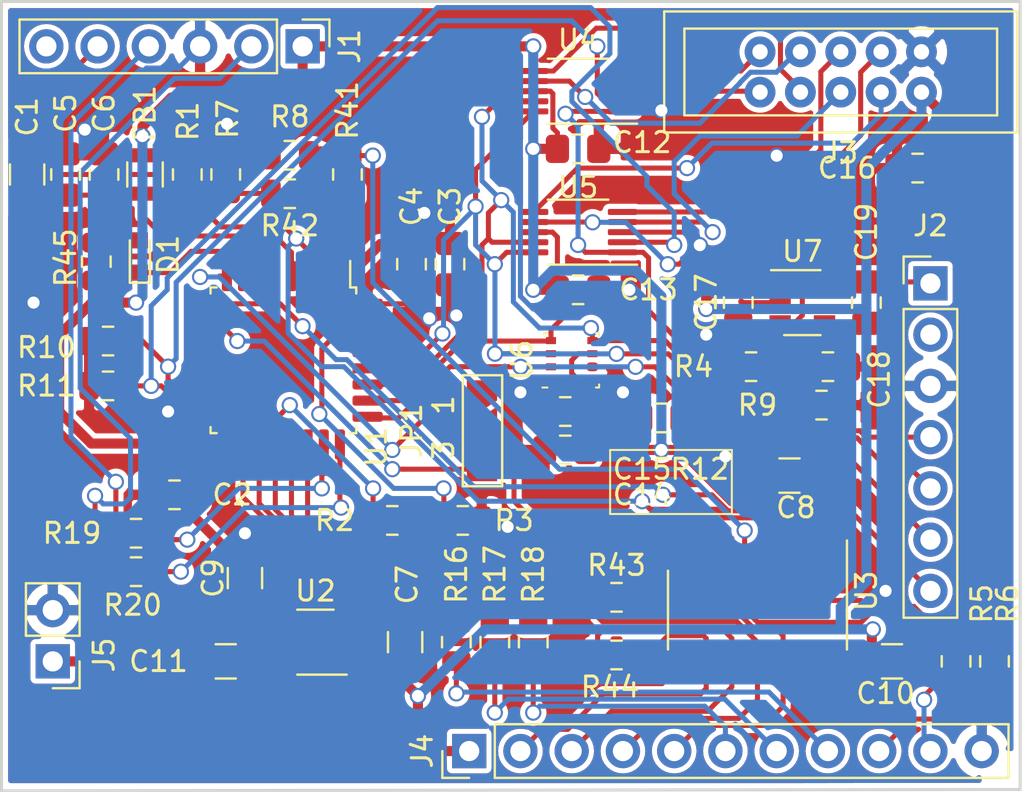
<source format=kicad_pcb>
(kicad_pcb (version 20171130) (host pcbnew "(5.1.2-1)-1")
  (layers (0 F.Cu signal) (31 B.Cu signal) (34 B.Paste user hide) (35 F.Paste user hide) (36 B.SilkS user hide) (37 F.SilkS user) (38 B.Mask user) (39 F.Mask user) (44 Edge.Cuts user))
  (net 0 "")
  (net 1 GND)
  (net 2 +3V3)
  (net 3 "Net-(C5-Pad1)")
  (net 4 +5V)
  (net 5 "Net-(C9-Pad2)")
  (net 6 "Net-(D1-Pad1)")
  (net 7 "Net-(D1-Pad2)")
  (net 8 /SWDIO)
  (net 9 /SWCLK)
  (net 10 /NRST)
  (net 11 /CP0)
  (net 12 /Main_Connection/RS485_Y)
  (net 13 /Main_Connection/RS485_A)
  (net 14 /Adr1)
  (net 15 /CP1)
  (net 16 /Main_Connection/RS485_Z)
  (net 17 /Main_Connection/RS485_B)
  (net 18 /Adr0)
  (net 19 /Adr2)
  (net 20 "Net-(R2-Pad2)")
  (net 21 "Net-(R5-Pad1)")
  (net 22 "Net-(R6-Pad1)")
  (net 23 /SPI_SCK)
  (net 24 /SPI_MISO)
  (net 25 /SPI_MOSI)
  (net 26 "Net-(R16-Pad2)")
  (net 27 "Net-(R17-Pad2)")
  (net 28 "Net-(R18-Pad2)")
  (net 29 "Net-(R19-Pad2)")
  (net 30 "Net-(R20-Pad2)")
  (net 31 "Net-(R41-Pad2)")
  (net 32 /USART2_TX_STM32L051)
  (net 33 /UART_TX)
  (net 34 /UART_DE)
  (net 35 /UART_RE)
  (net 36 /UART_RX)
  (net 37 /SPI_NSS_BME280)
  (net 38 /AIN0_0)
  (net 39 /AIN2_0)
  (net 40 /AIN0_1)
  (net 41 /AIN2_1)
  (net 42 /AIN1_0)
  (net 43 /AIN3_0)
  (net 44 /AIN1_1)
  (net 45 /AIN3_1)
  (net 46 /SPI_NSS_ADC_2)
  (net 47 /SPI_NSS_ADC_1)
  (net 48 /3.8V)
  (net 49 "Net-(C18-Pad1)")
  (net 50 /LPUART1_TX_STM32L021)
  (module Capacitors_SMD:C_0805 (layer F.Cu) (at 128.5875 102.5525)
    (fp_text reference C8 (at 0.3175 1.5875 180) (layer F.SilkS))
    (fp_text value 100n)
    (pad 2 smd rect (at 1 0) (size 1 1.25) (layers F.Cu F.Paste F.Mask) (net 2 +3V3))
    (pad 1 smd rect (at -1 0) (size 1 1.25) (layers F.Cu F.Paste F.Mask) (net 1 GND))
  )
  (module Connector_PinHeader_2.54mm:PinHeader_1x06_P2.54mm_Vertical (layer F.Cu) (at 104.4575 81.28 270)
    (fp_text reference J1 (at 0 -2.33 90) (layer F.SilkS))
    (fp_text value Conn_01x06_Male)
    (pad 6 thru_hole oval (at 0 12.7 270) (size 1.7 1.7) (drill 1) (layers *.Cu *.Mask))
    (pad 5 thru_hole oval (at 0 10.16 270) (size 1.7 1.7) (drill 1) (layers *.Cu *.Mask) (net 10 /NRST))
    (pad 4 thru_hole oval (at 0 7.62 270) (size 1.7 1.7) (drill 1) (layers *.Cu *.Mask) (net 8 /SWDIO))
    (pad 3 thru_hole oval (at 0 5.08 270) (size 1.7 1.7) (drill 1) (layers *.Cu *.Mask) (net 1 GND))
    (pad 2 thru_hole oval (at 0 2.54 270) (size 1.7 1.7) (drill 1) (layers *.Cu *.Mask) (net 9 /SWCLK))
    (pad 1 thru_hole rect (at 0 0 270) (size 1.7 1.7) (drill 1) (layers *.Cu *.Mask) (net 2 +3V3))
  )
  (module Resistor_SMD:R_0805_2012Metric (layer F.Cu) (at 94.234 91.948 90)
    (fp_text reference R45 (at 0.1905 -1.524 90) (layer F.SilkS))
    (fp_text value 480R)
    (pad 2 smd roundrect (at 0.9375 0 90) (size 0.975 1.4) (layers F.Cu F.Paste F.Mask) (net 7 "Net-(D1-Pad2)"))
    (pad 1 smd roundrect (at -0.9375 0 90) (size 0.975 1.4) (layers F.Cu F.Paste F.Mask) (net 2 +3V3))
  )
  (module Resistor_SMD:R_0805_2012Metric (layer F.Cu) (at 120.015 111.4425 180)
    (fp_text reference R44 (at 0.3175 -1.5875) (layer F.SilkS))
    (fp_text value 120R)
    (pad 2 smd roundrect (at 0.9375 0 180) (size 0.975 1.4) (layers F.Cu F.Paste F.Mask) (net 17 /Main_Connection/RS485_B))
    (pad 1 smd roundrect (at -0.9375 0 180) (size 0.975 1.4) (layers F.Cu F.Paste F.Mask) (net 13 /Main_Connection/RS485_A))
  )
  (module Resistor_SMD:R_0805_2012Metric (layer F.Cu) (at 120.015 108.585 180)
    (fp_text reference R43 (at 0 1.5875) (layer F.SilkS))
    (fp_text value 120R)
    (pad 2 smd roundrect (at 0.9375 0 180) (size 0.975 1.4) (layers F.Cu F.Paste F.Mask) (net 16 /Main_Connection/RS485_Z))
    (pad 1 smd roundrect (at -0.9375 0 180) (size 0.975 1.4) (layers F.Cu F.Paste F.Mask) (net 12 /Main_Connection/RS485_Y))
  )
  (module Resistor_SMD:R_0805_2012Metric (layer F.Cu) (at 103.8225 88.5825)
    (fp_text reference R42 (at 0 1.5875) (layer F.SilkS))
    (fp_text value DNP)
    (pad 2 smd roundrect (at 0.9375 0) (size 0.975 1.4) (layers F.Cu F.Paste F.Mask) (net 31 "Net-(R41-Pad2)"))
    (pad 1 smd roundrect (at -0.9375 0) (size 0.975 1.4) (layers F.Cu F.Paste F.Mask) (net 34 /UART_DE))
  )
  (module Resistor_SMD:R_0805_2012Metric (layer F.Cu) (at 106.68 87.63 90)
    (fp_text reference R41 (at 3.175 0 90) (layer F.SilkS))
    (fp_text value DNP)
    (pad 2 smd roundrect (at 0.9375 0 90) (size 0.975 1.4) (layers F.Cu F.Paste F.Mask) (net 31 "Net-(R41-Pad2)"))
    (pad 1 smd roundrect (at -0.9375 0 90) (size 0.975 1.4) (layers F.Cu F.Paste F.Mask) (net 35 /UART_RE))
  )
  (module Resistor_SMD:R_0805_2012Metric (layer F.Cu) (at 96.2025 107.315)
    (fp_text reference R20 (at -0.16685 1.6557) (layer F.SilkS))
    (fp_text value 22R)
    (pad 2 smd roundrect (at 0.9375 0) (size 0.975 1.4) (layers F.Cu F.Paste F.Mask) (net 30 "Net-(R20-Pad2)"))
    (pad 1 smd roundrect (at -0.9375 0) (size 0.975 1.4) (layers F.Cu F.Paste F.Mask) (net 9 /SWCLK))
  )
  (module Resistor_SMD:R_0805_2012Metric (layer F.Cu) (at 96.2025 105.41)
    (fp_text reference R19 (at -3.175 0) (layer F.SilkS))
    (fp_text value 22R)
    (pad 2 smd roundrect (at 0.9375 0) (size 0.975 1.4) (layers F.Cu F.Paste F.Mask) (net 29 "Net-(R19-Pad2)"))
    (pad 1 smd roundrect (at -0.9375 0) (size 0.975 1.4) (layers F.Cu F.Paste F.Mask) (net 8 /SWDIO))
  )
  (module Resistor_SMD:R_0805_2012Metric (layer F.Cu) (at 115.8875 110.8075 90)
    (fp_text reference R18 (at 3.358 0.00375 90) (layer F.SilkS))
    (fp_text value 100R)
    (pad 2 smd roundrect (at 0.9375 0 90) (size 0.975 1.4) (layers F.Cu F.Paste F.Mask) (net 28 "Net-(R18-Pad2)"))
    (pad 1 smd roundrect (at -0.9375 0 90) (size 0.975 1.4) (layers F.Cu F.Paste F.Mask) (net 19 /Adr2))
  )
  (module Resistor_SMD:R_0805_2012Metric (layer F.Cu) (at 113.9825 110.8075 90)
    (fp_text reference R17 (at 3.358 0.00375 90) (layer F.SilkS))
    (fp_text value 100R)
    (pad 2 smd roundrect (at 0.9375 0 90) (size 0.975 1.4) (layers F.Cu F.Paste F.Mask) (net 27 "Net-(R17-Pad2)"))
    (pad 1 smd roundrect (at -0.9375 0 90) (size 0.975 1.4) (layers F.Cu F.Paste F.Mask) (net 14 /Adr1))
  )
  (module Resistor_SMD:R_0805_2012Metric (layer F.Cu) (at 112.0775 110.8075 90)
    (fp_text reference R16 (at 3.358 0.00375 90) (layer F.SilkS))
    (fp_text value 100R)
    (pad 2 smd roundrect (at 0.9375 0 90) (size 0.975 1.4) (layers F.Cu F.Paste F.Mask) (net 26 "Net-(R16-Pad2)"))
    (pad 1 smd roundrect (at -0.9375 0 90) (size 0.975 1.4) (layers F.Cu F.Paste F.Mask) (net 18 /Adr0))
  )
  (module Resistor_SMD:R_0805_2012Metric (layer F.Cu) (at 103.8225 86.6775 180)
    (fp_text reference R8 (at 0 1.905) (layer F.SilkS))
    (fp_text value 10k)
    (pad 2 smd roundrect (at 0.9375 0 180) (size 0.975 1.4) (layers F.Cu F.Paste F.Mask) (net 1 GND))
    (pad 1 smd roundrect (at -0.9375 0 180) (size 0.975 1.4) (layers F.Cu F.Paste F.Mask) (net 31 "Net-(R41-Pad2)"))
  )
  (module Resistor_SMD:R_0805_2012Metric (layer F.Cu) (at 100.6475 87.63 90)
    (fp_text reference R7 (at 2.7455 0.09525 270) (layer F.SilkS))
    (fp_text value DNP)
    (pad 2 smd roundrect (at 0.9375 0 90) (size 0.975 1.4) (layers F.Cu F.Paste F.Mask) (net 1 GND))
    (pad 1 smd roundrect (at -0.9375 0 90) (size 0.975 1.4) (layers F.Cu F.Paste F.Mask) (net 34 /UART_DE))
  )
  (module Resistor_SMD:R_0805_2012Metric (layer F.Cu) (at 138.7475 111.76 270)
    (fp_text reference R6 (at -2.8575 -0.635 90) (layer F.SilkS))
    (fp_text value 22R)
    (pad 2 smd roundrect (at 0.9375 0 270) (size 0.975 1.4) (layers F.Cu F.Paste F.Mask) (net 15 /CP1))
    (pad 1 smd roundrect (at -0.9375 0 270) (size 0.975 1.4) (layers F.Cu F.Paste F.Mask) (net 22 "Net-(R6-Pad1)"))
  )
  (module Resistor_SMD:R_0805_2012Metric (layer F.Cu) (at 136.8425 111.76 270)
    (fp_text reference R5 (at -2.8575 -1.27 90) (layer F.SilkS))
    (fp_text value 22R)
    (pad 2 smd roundrect (at 0.9375 0 270) (size 0.975 1.4) (layers F.Cu F.Paste F.Mask) (net 11 /CP0))
    (pad 1 smd roundrect (at -0.9375 0 270) (size 0.975 1.4) (layers F.Cu F.Paste F.Mask) (net 21 "Net-(R5-Pad1)"))
  )
  (module Resistor_SMD:R_0805_2012Metric (layer F.Cu) (at 112.395 104.775)
    (fp_text reference R3 (at 2.54 0) (layer F.SilkS))
    (fp_text value 10k)
    (pad 2 smd roundrect (at 0.9375 0) (size 0.975 1.4) (layers F.Cu F.Paste F.Mask) (net 1 GND))
    (pad 1 smd roundrect (at -0.9375 0) (size 0.975 1.4) (layers F.Cu F.Paste F.Mask) (net 20 "Net-(R2-Pad2)"))
  )
  (module Resistor_SMD:R_0805_2012Metric (layer F.Cu) (at 108.9025 104.775)
    (fp_text reference R2 (at -2.8575 0) (layer F.SilkS))
    (fp_text value DNP)
    (pad 2 smd roundrect (at 0.9375 0) (size 0.975 1.4) (layers F.Cu F.Paste F.Mask) (net 20 "Net-(R2-Pad2)"))
    (pad 1 smd roundrect (at -0.9375 0) (size 0.975 1.4) (layers F.Cu F.Paste F.Mask) (net 2 +3V3))
  )
  (module Resistor_SMD:R_0805_2012Metric (layer F.Cu) (at 98.7425 87.63 270)
    (fp_text reference R1 (at -2.63525 -0.03175 90) (layer F.SilkS))
    (fp_text value DNP)
    (pad 2 smd roundrect (at 0.9375 0 270) (size 0.975 1.4) (layers F.Cu F.Paste F.Mask) (net 10 /NRST))
    (pad 1 smd roundrect (at -0.9375 0 270) (size 0.975 1.4) (layers F.Cu F.Paste F.Mask) (net 2 +3V3))
  )
  (module Package_QFP:LQFP-32_7x7mm_P0.8mm (layer F.Cu) (at 103.505 96.8375 270)
    (fp_text reference U1 (at 4.28625 -4.60375 270) (layer F.SilkS))
    (fp_text value STM32L021K4Tx)
    (pad 32 smd roundrect (at -2.8 -4.175 270) (size 0.5 1.5) (layers F.Cu F.Paste F.Mask) (net 1 GND))
    (pad 31 smd roundrect (at -2 -4.175 270) (size 0.5 1.5) (layers F.Cu F.Paste F.Mask) (net 20 "Net-(R2-Pad2)"))
    (pad 30 smd roundrect (at -1.2 -4.175 270) (size 0.5 1.5) (layers F.Cu F.Paste F.Mask))
    (pad 29 smd roundrect (at -0.4 -4.175 270) (size 0.5 1.5) (layers F.Cu F.Paste F.Mask))
    (pad 28 smd roundrect (at 0.4 -4.175 270) (size 0.5 1.5) (layers F.Cu F.Paste F.Mask) (net 25 /SPI_MOSI))
    (pad 27 smd roundrect (at 1.2 -4.175 270) (size 0.5 1.5) (layers F.Cu F.Paste F.Mask) (net 24 /SPI_MISO))
    (pad 26 smd roundrect (at 2 -4.175 270) (size 0.5 1.5) (layers F.Cu F.Paste F.Mask) (net 23 /SPI_SCK))
    (pad 25 smd roundrect (at 2.8 -4.175 270) (size 0.5 1.5) (layers F.Cu F.Paste F.Mask) (net 37 /SPI_NSS_BME280))
    (pad 24 smd roundrect (at 4.175 -2.8 270) (size 1.5 0.5) (layers F.Cu F.Paste F.Mask) (net 30 "Net-(R20-Pad2)"))
    (pad 23 smd roundrect (at 4.175 -2 270) (size 1.5 0.5) (layers F.Cu F.Paste F.Mask) (net 29 "Net-(R19-Pad2)"))
    (pad 22 smd roundrect (at 4.175 -1.2 270) (size 1.5 0.5) (layers F.Cu F.Paste F.Mask) (net 22 "Net-(R6-Pad1)"))
    (pad 21 smd roundrect (at 4.175 -0.4 270) (size 1.5 0.5) (layers F.Cu F.Paste F.Mask) (net 21 "Net-(R5-Pad1)"))
    (pad 20 smd roundrect (at 4.175 0.4 270) (size 1.5 0.5) (layers F.Cu F.Paste F.Mask) (net 28 "Net-(R18-Pad2)"))
    (pad 19 smd roundrect (at 4.175 1.2 270) (size 1.5 0.5) (layers F.Cu F.Paste F.Mask) (net 27 "Net-(R17-Pad2)"))
    (pad 18 smd roundrect (at 4.175 2 270) (size 1.5 0.5) (layers F.Cu F.Paste F.Mask) (net 26 "Net-(R16-Pad2)"))
    (pad 17 smd roundrect (at 4.175 2.8 270) (size 1.5 0.5) (layers F.Cu F.Paste F.Mask) (net 2 +3V3))
    (pad 16 smd roundrect (at 2.8 4.175 270) (size 0.5 1.5) (layers F.Cu F.Paste F.Mask) (net 1 GND))
    (pad 15 smd roundrect (at 2 4.175 270) (size 0.5 1.5) (layers F.Cu F.Paste F.Mask) (net 46 /SPI_NSS_ADC_2))
    (pad 14 smd roundrect (at 1.2 4.175 270) (size 0.5 1.5) (layers F.Cu F.Paste F.Mask) (net 47 /SPI_NSS_ADC_1))
    (pad 13 smd roundrect (at 0.4 4.175 270) (size 0.5 1.5) (layers F.Cu F.Paste F.Mask))
    (pad 12 smd roundrect (at -0.4 4.175 270) (size 0.5 1.5) (layers F.Cu F.Paste F.Mask))
    (pad 11 smd roundrect (at -1.2 4.175 270) (size 0.5 1.5) (layers F.Cu F.Paste F.Mask))
    (pad 10 smd roundrect (at -2 4.175 270) (size 0.5 1.5) (layers F.Cu F.Paste F.Mask) (net 50 /LPUART1_TX_STM32L021))
    (pad 9 smd roundrect (at -2.8 4.175 270) (size 0.5 1.5) (layers F.Cu F.Paste F.Mask) (net 36 /UART_RX))
    (pad 8 smd roundrect (at -4.175 2.8 270) (size 1.5 0.5) (layers F.Cu F.Paste F.Mask) (net 32 /USART2_TX_STM32L051))
    (pad 7 smd roundrect (at -4.175 2 270) (size 1.5 0.5) (layers F.Cu F.Paste F.Mask) (net 6 "Net-(D1-Pad1)"))
    (pad 6 smd roundrect (at -4.175 1.2 270) (size 1.5 0.5) (layers F.Cu F.Paste F.Mask))
    (pad 5 smd roundrect (at -4.175 0.4 270) (size 1.5 0.5) (layers F.Cu F.Paste F.Mask) (net 3 "Net-(C5-Pad1)"))
    (pad 4 smd roundrect (at -4.175 -0.4 270) (size 1.5 0.5) (layers F.Cu F.Paste F.Mask) (net 10 /NRST))
    (pad 3 smd roundrect (at -4.175 -1.2 270) (size 1.5 0.5) (layers F.Cu F.Paste F.Mask) (net 34 /UART_DE))
    (pad 2 smd roundrect (at -4.175 -2 270) (size 1.5 0.5) (layers F.Cu F.Paste F.Mask) (net 35 /UART_RE))
    (pad 1 smd roundrect (at -4.175 -2.8 270) (size 1.5 0.5) (layers F.Cu F.Paste F.Mask) (net 2 +3V3))
  )
  (module Package_TO_SOT_SMD:SOT-23-5_HandSoldering (layer F.Cu) (at 105.0925 110.8075 180)
    (fp_text reference U2 (at 0 2.54) (layer F.SilkS))
    (fp_text value LDK130-33_SOT23_SOT353)
    (pad 5 smd rect (at 1.35 -0.95 180) (size 1.56 0.65) (layers F.Cu F.Paste F.Mask) (net 2 +3V3))
    (pad 4 smd rect (at 1.35 0.95 180) (size 1.56 0.65) (layers F.Cu F.Paste F.Mask) (net 5 "Net-(C9-Pad2)"))
    (pad 3 smd rect (at -1.35 0.95 180) (size 1.56 0.65) (layers F.Cu F.Paste F.Mask) (net 4 +5V))
    (pad 2 smd rect (at -1.35 0 180) (size 1.56 0.65) (layers F.Cu F.Paste F.Mask) (net 1 GND))
    (pad 1 smd rect (at -1.35 -0.95 180) (size 1.56 0.65) (layers F.Cu F.Paste F.Mask) (net 4 +5V))
  )
  (module Package_SO:SOIC-14_3.9x8.7mm_P1.27mm (layer F.Cu) (at 127 109.22 270)
    (fp_text reference U3 (at -0.9525 -5.3975 270) (layer F.SilkS))
    (fp_text value MAX13432EESD)
    (pad 14 smd roundrect (at 2.475 -3.81 270) (size 1.95 0.6) (layers F.Cu F.Paste F.Mask) (net 4 +5V))
    (pad 13 smd roundrect (at 2.475 -2.54 270) (size 1.95 0.6) (layers F.Cu F.Paste F.Mask))
    (pad 12 smd roundrect (at 2.475 -1.27 270) (size 1.95 0.6) (layers F.Cu F.Paste F.Mask) (net 12 /Main_Connection/RS485_Y))
    (pad 11 smd roundrect (at 2.475 0 270) (size 1.95 0.6) (layers F.Cu F.Paste F.Mask) (net 16 /Main_Connection/RS485_Z))
    (pad 10 smd roundrect (at 2.475 1.27 270) (size 1.95 0.6) (layers F.Cu F.Paste F.Mask) (net 17 /Main_Connection/RS485_B))
    (pad 9 smd roundrect (at 2.475 2.54 270) (size 1.95 0.6) (layers F.Cu F.Paste F.Mask) (net 13 /Main_Connection/RS485_A))
    (pad 8 smd roundrect (at 2.475 3.81 270) (size 1.95 0.6) (layers F.Cu F.Paste F.Mask) (net 1 GND))
    (pad 7 smd roundrect (at -2.475 3.81 270) (size 1.95 0.6) (layers F.Cu F.Paste F.Mask))
    (pad 6 smd roundrect (at -2.475 2.54 270) (size 1.95 0.6) (layers F.Cu F.Paste F.Mask) (net 1 GND))
    (pad 5 smd roundrect (at -2.475 1.27 270) (size 1.95 0.6) (layers F.Cu F.Paste F.Mask) (net 33 /UART_TX))
    (pad 4 smd roundrect (at -2.475 0 270) (size 1.95 0.6) (layers F.Cu F.Paste F.Mask) (net 31 "Net-(R41-Pad2)"))
    (pad 3 smd roundrect (at -2.475 -1.27 270) (size 1.95 0.6) (layers F.Cu F.Paste F.Mask) (net 34 /UART_DE))
    (pad 2 smd roundrect (at -2.475 -2.54 270) (size 1.95 0.6) (layers F.Cu F.Paste F.Mask) (net 36 /UART_RX))
    (pad 1 smd roundrect (at -2.475 -3.81 270) (size 1.95 0.6) (layers F.Cu F.Paste F.Mask) (net 2 +3V3))
  )
  (module Capacitors_SMD:C_0805 (layer F.Cu) (at 90.805 87.63 270)
    (fp_text reference C1 (at -2.8575 0 270) (layer F.SilkS))
    (fp_text value 100n)
    (pad 2 smd rect (at 1 0 270) (size 1 1.25) (layers F.Cu F.Paste F.Mask) (net 1 GND))
    (pad 1 smd rect (at -1 0 270) (size 1 1.25) (layers F.Cu F.Paste F.Mask) (net 10 /NRST))
  )
  (module Capacitors_SMD:C_0805 (layer F.Cu) (at 109.5375 110.8075 270)
    (fp_text reference C7 (at -2.85 -0.09625 90) (layer F.SilkS))
    (fp_text value 1u)
    (pad 1 smd rect (at -1 0 270) (size 1 1.25) (layers F.Cu F.Paste F.Mask) (net 1 GND))
    (pad 2 smd rect (at 1 0 270) (size 1 1.25) (layers F.Cu F.Paste F.Mask) (net 4 +5V))
  )
  (module Capacitors_SMD:C_0805 (layer F.Cu) (at 101.6 107.6325 270)
    (fp_text reference C9 (at 0 1.5875 270) (layer F.SilkS))
    (fp_text value 10n)
    (pad 2 smd rect (at 1 0 270) (size 1 1.25) (layers F.Cu F.Paste F.Mask) (net 5 "Net-(C9-Pad2)"))
    (pad 1 smd rect (at -1 0 270) (size 1 1.25) (layers F.Cu F.Paste F.Mask) (net 1 GND))
  )
  (module Capacitors_SMD:C_0805 (layer F.Cu) (at 133.6675 111.76)
    (fp_text reference C10 (at -0.3175 1.5875) (layer F.SilkS))
    (fp_text value 100n)
    (pad 1 smd rect (at -1 0) (size 1 1.25) (layers F.Cu F.Paste F.Mask) (net 4 +5V))
    (pad 2 smd rect (at 1 0) (size 1 1.25) (layers F.Cu F.Paste F.Mask) (net 1 GND))
  )
  (module Capacitors_SMD:C_0805 (layer F.Cu) (at 100.6475 111.76)
    (fp_text reference C11 (at -3.33375 0 180) (layer F.SilkS))
    (fp_text value 1u)
    (pad 1 smd rect (at -1 0) (size 1 1.25) (layers F.Cu F.Paste F.Mask) (net 1 GND))
    (pad 2 smd rect (at 1 0) (size 1 1.25) (layers F.Cu F.Paste F.Mask) (net 2 +3V3))
  )
  (module Inductors_SMD:L_0805 (layer F.Cu) (at 96.647 87.63 270)
    (fp_text reference FB1 (at -3.01625 0 90) (layer F.SilkS))
    (fp_text value Ferrite_Bead)
    (pad 2 smd rect (at 0.95 0 270) (size 0.7 1.3) (layers F.Cu F.Paste F.Mask) (net 3 "Net-(C5-Pad1)"))
    (pad 1 smd rect (at -0.95 0 270) (size 0.7 1.3) (layers F.Cu F.Paste F.Mask) (net 2 +3V3))
  )
  (module LEDs:LED_0603 (layer F.Cu) (at 96.393 91.694 90)
    (fp_text reference D1 (at 0.09525 1.397 90) (layer F.SilkS))
    (fp_text value LED)
    (pad 1 smd rect (at -0.8 0 270) (size 0.8 0.8) (layers F.Cu F.Paste F.Mask) (net 6 "Net-(D1-Pad1)"))
    (pad 2 smd rect (at 0.8 0 270) (size 0.8 0.8) (layers F.Cu F.Paste F.Mask) (net 7 "Net-(D1-Pad2)"))
  )
  (module Connector_PinHeader_2.54mm:PinHeader_1x02_P2.54mm_Vertical (layer F.Cu) (at 92.075 111.76 180)
    (fp_text reference J5 (at -2.54 0.3175 90) (layer F.SilkS))
    (fp_text value Conn_01x02)
    (pad 1 thru_hole rect (at 0 0 180) (size 1.7 1.7) (drill 1) (layers *.Cu *.Mask) (net 4 +5V))
    (pad 2 thru_hole oval (at 0 2.54 180) (size 1.7 1.7) (drill 1) (layers *.Cu *.Mask) (net 1 GND))
  )
  (module Jumper:SolderJumper-3_P2.0mm_Open_TrianglePad1.0x1.5mm_NumberLabels (layer F.Cu) (at 113.3475 100.33 270)
    (fp_text reference JP1 (at 0 3.4925 90) (layer F.SilkS))
    (fp_text value SolderJumper_3_Open)
    (fp_text user 3 (at 0.9525 1.905 90) (layer F.SilkS))
    (fp_text user 1 (at -1.27 1.905 90) (layer F.SilkS))
    (pad 1 smd custom (at -2 0 270) (size 0.3 0.3) (layers F.Cu F.Mask) (net 32 /USART2_TX_STM32L051) (options (clearance outline) (anchor rect)) (primitives (gr_poly (pts (xy -0.5 -0.75) (xy 0.5 -0.75) (xy 1 0) (xy 0.5 0.75) (xy -0.5 0.75)) (width 0))))
    (pad 2 smd custom (at 0 0 270) (size 0.3 0.3) (layers F.Cu) (net 33 /UART_TX) (options (clearance outline) (anchor rect)) (primitives (gr_poly (pts (xy -1.2 -0.75) (xy 1.2 -0.75) (xy 0.7 0) (xy 1.2 0.75) (xy -1.2 0.75) (xy -0.7 0)) (width 0))))
    (pad 3 smd custom (at 2 0 90) (size 0.3 0.3) (layers F.Cu F.Mask) (net 50 /LPUART1_TX_STM32L021) (options (clearance outline) (anchor rect)) (primitives (gr_poly (pts (xy -0.5 -0.75) (xy 0.5 -0.75) (xy 1 0) (xy 0.5 0.75) (xy -0.5 0.75)) (width 0))))
  )
  (module Connector_PinHeader_2.54mm:PinHeader_1x07_P2.54mm_Vertical (layer F.Cu) (at 135.5725 93.0275)
    (fp_text reference J2 (at 0 -2.8575) (layer F.SilkS))
    (fp_text value Conn_01x07)
    (pad 1 thru_hole rect (at 0 0) (size 1.7 1.7) (drill 1) (layers *.Cu *.Mask) (net 48 /3.8V))
    (pad 2 thru_hole oval (at 0 2.54) (size 1.7 1.7) (drill 1) (layers *.Cu *.Mask))
    (pad 3 thru_hole oval (at 0 5.08) (size 1.7 1.7) (drill 1) (layers *.Cu *.Mask) (net 1 GND))
    (pad 4 thru_hole oval (at 0 7.62) (size 1.7 1.7) (drill 1) (layers *.Cu *.Mask) (net 23 /SPI_SCK))
    (pad 5 thru_hole oval (at 0 10.16) (size 1.7 1.7) (drill 1) (layers *.Cu *.Mask) (net 24 /SPI_MISO))
    (pad 6 thru_hole oval (at 0 12.7) (size 1.7 1.7) (drill 1) (layers *.Cu *.Mask) (net 25 /SPI_MOSI))
    (pad 7 thru_hole oval (at 0 15.24) (size 1.7 1.7) (drill 1) (layers *.Cu *.Mask) (net 37 /SPI_NSS_BME280))
  )
  (module Package_LGA:Bosch_LGA-8_2.5x2.5mm_P0.65mm_ClockwisePinNumbering (layer F.Cu) (at 117.7925 96.8375 90)
    (fp_text reference U6 (at 0.015 -2.465 90) (layer F.SilkS))
    (fp_text value BME280)
    (pad 4 smd rect (at 0.975 -1.025 180) (size 0.5 0.35) (layers F.Cu F.Paste F.Mask) (net 23 /SPI_SCK))
    (pad 3 smd rect (at 0.325 -1.025 180) (size 0.5 0.35) (layers F.Cu F.Paste F.Mask) (net 25 /SPI_MOSI))
    (pad 2 smd rect (at -0.325 -1.025 180) (size 0.5 0.35) (layers F.Cu F.Paste F.Mask) (net 37 /SPI_NSS_BME280))
    (pad 1 smd rect (at -0.975 -1.025 180) (size 0.5 0.35) (layers F.Cu F.Paste F.Mask) (net 1 GND))
    (pad 8 smd rect (at -0.975 1.025 180) (size 0.5 0.35) (layers F.Cu F.Paste F.Mask) (net 2 +3V3))
    (pad 7 smd rect (at -0.325 1.025 180) (size 0.5 0.35) (layers F.Cu F.Paste F.Mask) (net 1 GND))
    (pad 6 smd rect (at 0.325 1.025 180) (size 0.5 0.35) (layers F.Cu F.Paste F.Mask) (net 2 +3V3))
    (pad 5 smd rect (at 0.975 1.025 180) (size 0.5 0.35) (layers F.Cu F.Paste F.Mask) (net 24 /SPI_MISO))
  )
  (module Capacitor_SMD:C_0805_2012Metric_Pad1.15x1.40mm_HandSolder (layer F.Cu) (at 98.1075 103.505 180)
    (fp_text reference C2 (at -2.8575 0) (layer F.SilkS))
    (fp_text value 100n)
    (pad 2 smd roundrect (at 1.025 0 180) (size 1.15 1.4) (layers F.Cu F.Paste F.Mask) (roundrect_rratio 0.217391) (net 1 GND))
    (pad 1 smd roundrect (at -1.025 0 180) (size 1.15 1.4) (layers F.Cu F.Paste F.Mask) (roundrect_rratio 0.217391) (net 2 +3V3))
  )
  (module Capacitor_SMD:C_0805_2012Metric_Pad1.15x1.40mm_HandSolder (layer F.Cu) (at 111.76 92.075 270)
    (fp_text reference C3 (at -2.8575 0 90) (layer F.SilkS))
    (fp_text value 100n)
    (pad 1 smd roundrect (at -1.025 0 270) (size 1.15 1.4) (layers F.Cu F.Paste F.Mask) (roundrect_rratio 0.217391) (net 2 +3V3))
    (pad 2 smd roundrect (at 1.025 0 270) (size 1.15 1.4) (layers F.Cu F.Paste F.Mask) (roundrect_rratio 0.217391) (net 1 GND))
  )
  (module Capacitor_SMD:C_0805_2012Metric_Pad1.15x1.40mm_HandSolder (layer F.Cu) (at 109.855 92.075 270)
    (fp_text reference C4 (at -2.8575 0 90) (layer F.SilkS))
    (fp_text value 1u)
    (pad 1 smd roundrect (at -1.025 0 270) (size 1.15 1.4) (layers F.Cu F.Paste F.Mask) (roundrect_rratio 0.217391) (net 2 +3V3))
    (pad 2 smd roundrect (at 1.025 0 270) (size 1.15 1.4) (layers F.Cu F.Paste F.Mask) (roundrect_rratio 0.217391) (net 1 GND))
  )
  (module Capacitor_SMD:C_0805_2012Metric_Pad1.15x1.40mm_HandSolder (layer F.Cu) (at 92.71 87.63 90)
    (fp_text reference C5 (at 3.0353 0 90) (layer F.SilkS))
    (fp_text value 100n)
    (pad 1 smd roundrect (at -1.025 0 90) (size 1.15 1.4) (layers F.Cu F.Paste F.Mask) (roundrect_rratio 0.217391) (net 3 "Net-(C5-Pad1)"))
    (pad 2 smd roundrect (at 1.025 0 90) (size 1.15 1.4) (layers F.Cu F.Paste F.Mask) (roundrect_rratio 0.217391) (net 1 GND))
  )
  (module Capacitor_SMD:C_0805_2012Metric_Pad1.15x1.40mm_HandSolder (layer F.Cu) (at 94.615 87.63 90)
    (fp_text reference C6 (at 3.0353 0 90) (layer F.SilkS))
    (fp_text value 1u)
    (pad 2 smd roundrect (at 1.025 0 90) (size 1.15 1.4) (layers F.Cu F.Paste F.Mask) (roundrect_rratio 0.217391) (net 1 GND))
    (pad 1 smd roundrect (at -1.025 0 90) (size 1.15 1.4) (layers F.Cu F.Paste F.Mask) (roundrect_rratio 0.217391) (net 3 "Net-(C5-Pad1)"))
  )
  (module Capacitor_SMD:C_0805_2012Metric_Pad1.15x1.40mm_HandSolder (layer F.Cu) (at 118.11 86.36)
    (fp_text reference C12 (at 3.175 -0.3175) (layer F.SilkS))
    (fp_text value 100n)
    (pad 2 smd roundrect (at 1.025 0) (size 1.15 1.4) (layers F.Cu F.Paste F.Mask) (roundrect_rratio 0.217391) (net 1 GND))
    (pad 1 smd roundrect (at -1.025 0) (size 1.15 1.4) (layers F.Cu F.Paste F.Mask) (roundrect_rratio 0.217391) (net 2 +3V3))
  )
  (module Capacitor_SMD:C_0805_2012Metric_Pad1.15x1.40mm_HandSolder (layer F.Cu) (at 118.11 93.345)
    (fp_text reference C13 (at 3.4925 0) (layer F.SilkS))
    (fp_text value 100n)
    (pad 1 smd roundrect (at -1.025 0) (size 1.15 1.4) (layers F.Cu F.Paste F.Mask) (roundrect_rratio 0.217391) (net 2 +3V3))
    (pad 2 smd roundrect (at 1.025 0) (size 1.15 1.4) (layers F.Cu F.Paste F.Mask) (roundrect_rratio 0.217391) (net 1 GND))
  )
  (module Capacitor_SMD:C_0805_2012Metric_Pad1.15x1.40mm_HandSolder (layer F.Cu) (at 117.475 101.2825 180)
    (fp_text reference C14 (at -3.81 -2.2225) (layer F.SilkS))
    (fp_text value 100n)
    (pad 2 smd roundrect (at 1.025 0 180) (size 1.15 1.4) (layers F.Cu F.Paste F.Mask) (roundrect_rratio 0.217391) (net 1 GND))
    (pad 1 smd roundrect (at -1.025 0 180) (size 1.15 1.4) (layers F.Cu F.Paste F.Mask) (roundrect_rratio 0.217391) (net 2 +3V3))
  )
  (module Capacitor_SMD:C_0805_2012Metric_Pad1.15x1.40mm_HandSolder (layer F.Cu) (at 117.475 99.3775 180)
    (fp_text reference C15 (at -3.81 -2.8575) (layer F.SilkS))
    (fp_text value 100n)
    (pad 1 smd roundrect (at -1.025 0 180) (size 1.15 1.4) (layers F.Cu F.Paste F.Mask) (roundrect_rratio 0.217391) (net 2 +3V3))
    (pad 2 smd roundrect (at 1.025 0 180) (size 1.15 1.4) (layers F.Cu F.Paste F.Mask) (roundrect_rratio 0.217391) (net 1 GND))
  )
  (module Capacitor_SMD:C_0805_2012Metric_Pad1.15x1.40mm_HandSolder (layer F.Cu) (at 134.9375 87.3125 180)
    (fp_text reference C16 (at 3.4925 0) (layer F.SilkS))
    (fp_text value 100n)
    (pad 2 smd roundrect (at 1.025 0 180) (size 1.15 1.4) (layers F.Cu F.Paste F.Mask) (roundrect_rratio 0.217391) (net 1 GND))
    (pad 1 smd roundrect (at -1.025 0 180) (size 1.15 1.4) (layers F.Cu F.Paste F.Mask) (roundrect_rratio 0.217391) (net 4 +5V))
  )
  (module Capacitor_SMD:C_0805_2012Metric_Pad1.15x1.40mm_HandSolder (layer F.Cu) (at 126.0475 93.98 270)
    (fp_text reference C17 (at 0 1.5875 90) (layer F.SilkS))
    (fp_text value 100n)
    (pad 1 smd roundrect (at -1.025 0 270) (size 1.15 1.4) (layers F.Cu F.Paste F.Mask) (roundrect_rratio 0.217391) (net 4 +5V))
    (pad 2 smd roundrect (at 1.025 0 270) (size 1.15 1.4) (layers F.Cu F.Paste F.Mask) (roundrect_rratio 0.217391) (net 1 GND))
  )
  (module Package_SO:VSSOP-10_3x3mm_P0.5mm (layer F.Cu) (at 118.11 83.5025 180)
    (fp_text reference U4 (at 0 2.54) (layer F.SilkS))
    (fp_text value ADS1118IDGS)
    (pad 1 smd roundrect (at -2.2 -1 180) (size 1.45 0.3) (layers F.Cu F.Paste F.Mask) (net 23 /SPI_SCK))
    (pad 2 smd roundrect (at -2.2 -0.5 180) (size 1.45 0.3) (layers F.Cu F.Paste F.Mask) (net 47 /SPI_NSS_ADC_1))
    (pad 3 smd roundrect (at -2.2 0 180) (size 1.45 0.3) (layers F.Cu F.Paste F.Mask) (net 1 GND))
    (pad 4 smd roundrect (at -2.2 0.5 180) (size 1.45 0.3) (layers F.Cu F.Paste F.Mask) (net 38 /AIN0_0))
    (pad 5 smd roundrect (at -2.2 1 180) (size 1.45 0.3) (layers F.Cu F.Paste F.Mask) (net 42 /AIN1_0))
    (pad 6 smd roundrect (at 2.2 1 180) (size 1.45 0.3) (layers F.Cu F.Paste F.Mask) (net 39 /AIN2_0))
    (pad 7 smd roundrect (at 2.2 0.5 180) (size 1.45 0.3) (layers F.Cu F.Paste F.Mask) (net 43 /AIN3_0))
    (pad 8 smd roundrect (at 2.2 0 180) (size 1.45 0.3) (layers F.Cu F.Paste F.Mask) (net 2 +3V3))
    (pad 9 smd roundrect (at 2.2 -0.5 180) (size 1.45 0.3) (layers F.Cu F.Paste F.Mask) (net 24 /SPI_MISO))
    (pad 10 smd roundrect (at 2.2 -1 180) (size 1.45 0.3) (layers F.Cu F.Paste F.Mask) (net 25 /SPI_MOSI))
  )
  (module Package_SO:VSSOP-10_3x3mm_P0.5mm (layer F.Cu) (at 118.11 90.4875 180)
    (fp_text reference U5 (at 0 2.2225) (layer F.SilkS))
    (fp_text value ADS1118IDGS)
    (pad 10 smd roundrect (at 2.2 -1 180) (size 1.45 0.3) (layers F.Cu F.Paste F.Mask) (net 25 /SPI_MOSI))
    (pad 9 smd roundrect (at 2.2 -0.5 180) (size 1.45 0.3) (layers F.Cu F.Paste F.Mask) (net 24 /SPI_MISO))
    (pad 8 smd roundrect (at 2.2 0 180) (size 1.45 0.3) (layers F.Cu F.Paste F.Mask) (net 2 +3V3))
    (pad 7 smd roundrect (at 2.2 0.5 180) (size 1.45 0.3) (layers F.Cu F.Paste F.Mask) (net 45 /AIN3_1))
    (pad 6 smd roundrect (at 2.2 1 180) (size 1.45 0.3) (layers F.Cu F.Paste F.Mask) (net 41 /AIN2_1))
    (pad 5 smd roundrect (at -2.2 1 180) (size 1.45 0.3) (layers F.Cu F.Paste F.Mask) (net 44 /AIN1_1))
    (pad 4 smd roundrect (at -2.2 0.5 180) (size 1.45 0.3) (layers F.Cu F.Paste F.Mask) (net 40 /AIN0_1))
    (pad 3 smd roundrect (at -2.2 0 180) (size 1.45 0.3) (layers F.Cu F.Paste F.Mask) (net 1 GND))
    (pad 2 smd roundrect (at -2.2 -0.5 180) (size 1.45 0.3) (layers F.Cu F.Paste F.Mask) (net 46 /SPI_NSS_ADC_2))
    (pad 1 smd roundrect (at -2.2 -1 180) (size 1.45 0.3) (layers F.Cu F.Paste F.Mask) (net 23 /SPI_SCK))
  )
  (module Connector_PinHeader_2.54mm:PinHeader_1x11_P2.54mm_Vertical (layer F.Cu) (at 112.7125 116.205 90)
    (fp_text reference J4 (at 0 -2.33 90) (layer F.SilkS))
    (fp_text value Conn_01x11)
    (pad 1 thru_hole rect (at 0 0 90) (size 1.7 1.7) (drill 1) (layers *.Cu *.Mask) (net 4 +5V))
    (pad 2 thru_hole oval (at 0 2.54 90) (size 1.7 1.7) (drill 1) (layers *.Cu *.Mask) (net 13 /Main_Connection/RS485_A))
    (pad 3 thru_hole oval (at 0 5.08 90) (size 1.7 1.7) (drill 1) (layers *.Cu *.Mask) (net 17 /Main_Connection/RS485_B))
    (pad 4 thru_hole oval (at 0 7.62 90) (size 1.7 1.7) (drill 1) (layers *.Cu *.Mask) (net 16 /Main_Connection/RS485_Z))
    (pad 5 thru_hole oval (at 0 10.16 90) (size 1.7 1.7) (drill 1) (layers *.Cu *.Mask) (net 12 /Main_Connection/RS485_Y))
    (pad 6 thru_hole oval (at 0 12.7 90) (size 1.7 1.7) (drill 1) (layers *.Cu *.Mask) (net 19 /Adr2))
    (pad 7 thru_hole oval (at 0 15.24 90) (size 1.7 1.7) (drill 1) (layers *.Cu *.Mask) (net 14 /Adr1))
    (pad 8 thru_hole oval (at 0 17.78 90) (size 1.7 1.7) (drill 1) (layers *.Cu *.Mask) (net 18 /Adr0))
    (pad 9 thru_hole oval (at 0 20.32 90) (size 1.7 1.7) (drill 1) (layers *.Cu *.Mask) (net 15 /CP1))
    (pad 10 thru_hole oval (at 0 22.86 90) (size 1.7 1.7) (drill 1) (layers *.Cu *.Mask) (net 11 /CP0))
    (pad 11 thru_hole oval (at 0 25.4 90) (size 1.7 1.7) (drill 1) (layers *.Cu *.Mask) (net 1 GND))
  )
  (module Capacitor_SMD:C_0805_2012Metric_Pad1.15x1.40mm_HandSolder (layer F.Cu) (at 130.4925 97.155)
    (fp_text reference C18 (at 2.54 0.635 90) (layer F.SilkS))
    (fp_text value 470pF)
    (pad 2 smd roundrect (at 1.025 0) (size 1.15 1.4) (layers F.Cu F.Paste F.Mask) (roundrect_rratio 0.217391) (net 1 GND))
    (pad 1 smd roundrect (at -1.025 0) (size 1.15 1.4) (layers F.Cu F.Paste F.Mask) (roundrect_rratio 0.217391) (net 49 "Net-(C18-Pad1)"))
  )
  (module Capacitor_SMD:C_0805_2012Metric_Pad1.15x1.40mm_HandSolder (layer F.Cu) (at 132.3975 93.98 270)
    (fp_text reference C19 (at -3.4925 0 90) (layer F.SilkS))
    (fp_text value 2.2uF)
    (pad 1 smd roundrect (at -1.025 0 270) (size 1.15 1.4) (layers F.Cu F.Paste F.Mask) (roundrect_rratio 0.217391) (net 48 /3.8V))
    (pad 2 smd roundrect (at 1.025 0 270) (size 1.15 1.4) (layers F.Cu F.Paste F.Mask) (roundrect_rratio 0.217391) (net 1 GND))
  )
  (module Resistor_SMD:R_0805_2012Metric (layer F.Cu) (at 126.6825 97.155 180)
    (fp_text reference R4 (at 2.8575 0) (layer F.SilkS))
    (fp_text value 360k)
    (pad 1 smd roundrect (at -0.9375 0 180) (size 0.975 1.4) (layers F.Cu F.Paste F.Mask) (net 49 "Net-(C18-Pad1)"))
    (pad 2 smd roundrect (at 0.9375 0 180) (size 0.975 1.4) (layers F.Cu F.Paste F.Mask) (net 48 /3.8V))
  )
  (module Resistor_SMD:R_0805_2012Metric (layer F.Cu) (at 130.175 99.06)
    (fp_text reference R9 (at -3.175 0) (layer F.SilkS))
    (fp_text value 180k)
    (pad 2 smd roundrect (at 0.9375 0) (size 0.975 1.4) (layers F.Cu F.Paste F.Mask) (net 1 GND))
    (pad 1 smd roundrect (at -0.9375 0) (size 0.975 1.4) (layers F.Cu F.Paste F.Mask) (net 49 "Net-(C18-Pad1)"))
  )
  (module Package_TO_SOT_SMD:SOT-23-5 (layer F.Cu) (at 129.2225 93.98)
    (fp_text reference U7 (at 0 -2.54) (layer F.SilkS))
    (fp_text value MIC5205YM5)
    (pad 1 smd rect (at -1.1 -0.95) (size 1.06 0.65) (layers F.Cu F.Paste F.Mask) (net 4 +5V))
    (pad 2 smd rect (at -1.1 0) (size 1.06 0.65) (layers F.Cu F.Paste F.Mask) (net 1 GND))
    (pad 3 smd rect (at -1.1 0.95) (size 1.06 0.65) (layers F.Cu F.Paste F.Mask) (net 4 +5V))
    (pad 4 smd rect (at 1.1 0.95) (size 1.06 0.65) (layers F.Cu F.Paste F.Mask) (net 49 "Net-(C18-Pad1)"))
    (pad 5 smd rect (at 1.1 -0.95) (size 1.06 0.65) (layers F.Cu F.Paste F.Mask) (net 48 /3.8V))
  )
  (module Resistor_SMD:R_0805_2012Metric (layer F.Cu) (at 94.814999 95.885 180)
    (fp_text reference R10 (at 3.057499 -0.3175) (layer F.SilkS))
    (fp_text value 10k)
    (pad 1 smd roundrect (at -0.9375 0 180) (size 0.975 1.4) (layers F.Cu F.Paste F.Mask) (net 47 /SPI_NSS_ADC_1))
    (pad 2 smd roundrect (at 0.9375 0 180) (size 0.975 1.4) (layers F.Cu F.Paste F.Mask) (net 1 GND))
  )
  (module Resistor_SMD:R_0805_2012Metric (layer F.Cu) (at 94.814999 98.1075 180)
    (fp_text reference R11 (at 3.057499 0) (layer F.SilkS))
    (fp_text value 10k)
    (pad 1 smd roundrect (at -0.9375 0 180) (size 0.975 1.4) (layers F.Cu F.Paste F.Mask) (net 46 /SPI_NSS_ADC_2))
    (pad 2 smd roundrect (at 0.9375 0 180) (size 0.975 1.4) (layers F.Cu F.Paste F.Mask) (net 1 GND))
  )
  (module Resistor_SMD:R_0805_2012Metric (layer F.Cu) (at 122.2375 99.695 180)
    (fp_text reference R12 (at -1.905 -2.54) (layer F.SilkS))
    (fp_text value 10k)
    (pad 2 smd roundrect (at 0.9375 0 180) (size 0.975 1.4) (layers F.Cu F.Paste F.Mask) (net 1 GND))
    (pad 1 smd roundrect (at -0.9375 0 180) (size 0.975 1.4) (layers F.Cu F.Paste F.Mask) (net 37 /SPI_NSS_BME280))
  )
  (module samtec_pci:TOBYA05 (layer F.Cu) (at 131.1275 82.55)
    (fp_text reference J3 (at 0 4) (layer F.SilkS))
    (fp_text value Conn_02x05_Row_Letter_First)
    (pad b3 thru_hole circle (at 0 -1) (size 1.524 1.524) (drill 0.762) (layers *.Cu *.Mask) (net 44 /AIN1_1))
    (pad a3 thru_hole circle (at 0 1) (size 1.524 1.524) (drill 0.762) (layers *.Cu *.Mask) (net 40 /AIN0_1))
    (pad b2 thru_hole circle (at -2 -1) (size 1.524 1.524) (drill 0.762) (layers *.Cu *.Mask) (net 43 /AIN3_0))
    (pad a2 thru_hole circle (at -2 1) (size 1.524 1.524) (drill 0.762) (layers *.Cu *.Mask) (net 39 /AIN2_0))
    (pad b1 thru_hole circle (at -4 -1) (size 1.524 1.524) (drill 0.762) (layers *.Cu *.Mask) (net 42 /AIN1_0))
    (pad a1 thru_hole circle (at -4 1) (size 1.524 1.524) (drill 0.762) (layers *.Cu *.Mask) (net 38 /AIN0_0))
    (pad b4 thru_hole circle (at 2 -1) (size 1.524 1.524) (drill 0.762) (layers *.Cu *.Mask) (net 45 /AIN3_1))
    (pad a4 thru_hole circle (at 2 1) (size 1.524 1.524) (drill 0.762) (layers *.Cu *.Mask) (net 41 /AIN2_1))
    (pad b5 thru_hole circle (at 4 -1) (size 1.524 1.524) (drill 0.762) (layers *.Cu *.Mask) (net 1 GND))
    (pad a5 thru_hole circle (at 4 1) (size 1.524 1.524) (drill 0.762) (layers *.Cu *.Mask) (net 4 +5V))
  )
  (gr_line (start 119.6975 101.2825) (end 119.6975 104.4575) (layer F.SilkS) (width 0.1))
  (gr_line (start 125.73 101.2825) (end 119.6975 101.2825) (layer F.SilkS) (width 0.1))
  (gr_line (start 125.73 104.4575) (end 125.73 101.2825) (layer F.SilkS) (width 0.1))
  (gr_line (start 119.6975 104.4575) (end 125.73 104.4575) (layer F.SilkS) (width 0.1))
  (gr_line (start 140.0175 79.0575) (end 140.0175 98.1075) (layer Edge.Cuts) (width 0.15))
  (gr_line (start 140.0175 79.0575) (end 124.46 79.0575) (layer Edge.Cuts) (width 0.15))
  (gr_line (start 137.512 118.11) (end 89.535 118.1735) (layer Edge.Cuts) (width 0.15))
  (gr_line (start 140.0175 118.11) (end 137.512 118.11) (layer Edge.Cuts) (width 0.15))
  (gr_line (start 89.535 118.1735) (end 89.535 79.0575) (layer Edge.Cuts) (width 0.15))
  (gr_line (start 140.0175 98.1075) (end 140.0175 118.11) (layer Edge.Cuts) (width 0.15))
  (gr_line (start 89.535 79.0575) (end 124.46 79.0575) (layer Edge.Cuts) (width 0.15))
  (via (at 114.6175 105.0925) (size 0.8) (drill 0.6) (layers F.Cu B.Cu) (net 1))
  (segment (start 92.5322 86.8078) (end 94.5007 86.8078) (width 0.25) (layer F.Cu) (net 1))
  (via (at 100.711 85.1154) (size 0.8) (drill 0.6) (layers F.Cu B.Cu) (net 1))
  (segment (start 92.5322 86.8078) (end 92.6572 86.8078) (width 0.25) (layer F.Cu) (net 1))
  (via (at 97.79 99.3775) (size 0.8) (drill 0.6) (layers F.Cu B.Cu) (net 1))
  (segment (start 98.05 99.6375) (end 97.79 99.3775) (width 0.25) (layer F.Cu) (net 1))
  (segment (start 99.33 99.6375) (end 98.05 99.6375) (width 0.25) (layer F.Cu) (net 1))
  (via (at 101.6 105.41) (size 0.8) (drill 0.6) (layers F.Cu B.Cu) (net 1))
  (via (at 93.6625 85.4075) (size 0.8) (drill 0.6) (layers F.Cu B.Cu) (net 1))
  (via (at 91.1225 93.98) (size 0.8) (drill 0.6) (layers F.Cu B.Cu) (net 1))
  (segment (start 102.6945 86.36) (end 102.8215 86.487) (width 0.25) (layer F.Cu) (net 1))
  (segment (start 102.235 86.36) (end 102.6945 86.36) (width 0.25) (layer F.Cu) (net 1))
  (segment (start 101.697 86.898) (end 102.235 86.36) (width 0.25) (layer F.Cu) (net 1))
  (segment (start 100.711 86.898) (end 101.697 86.898) (width 0.25) (layer F.Cu) (net 1))
  (segment (start 100.711 85.1154) (end 100.711 86.898) (width 0.25) (layer F.Cu) (net 1))
  (segment (start 94.062499 85.007501) (end 93.6625 85.4075) (width 0.25) (layer B.Cu) (net 1))
  (segment (start 98.302499 82.355001) (end 96.714999 82.355001) (width 0.25) (layer B.Cu) (net 1))
  (segment (start 96.714999 82.355001) (end 94.062499 85.007501) (width 0.25) (layer B.Cu) (net 1))
  (segment (start 99.3775 81.28) (end 98.302499 82.355001) (width 0.25) (layer B.Cu) (net 1))
  (segment (start 106.6225 94.0375) (end 107.68 94.0375) (width 0.25) (layer F.Cu) (net 1))
  (segment (start 101.0225 99.6375) (end 106.6225 94.0375) (width 0.25) (layer F.Cu) (net 1))
  (segment (start 99.33 99.6375) (end 101.0225 99.6375) (width 0.25) (layer F.Cu) (net 1))
  (via (at 110.73273 94.757472) (size 0.8) (drill 0.6) (layers F.Cu B.Cu) (net 1))
  (segment (start 107.68 94.0375) (end 110.012758 94.0375) (width 0.25) (layer F.Cu) (net 1))
  (segment (start 110.332731 94.357473) (end 110.73273 94.757472) (width 0.25) (layer F.Cu) (net 1))
  (segment (start 110.012758 94.0375) (end 110.332731 94.357473) (width 0.25) (layer F.Cu) (net 1))
  (segment (start 119.4525 93.345) (end 120.65 93.345) (width 0.25) (layer F.Cu) (net 1))
  (segment (start 120.65 93.345) (end 120.65 93.345) (width 0.25) (layer F.Cu) (net 1))
  (via (at 120.65 93.345) (size 0.8) (drill 0.6) (layers F.Cu B.Cu) (net 1))
  (via (at 120.3325 98.425) (size 0.8) (drill 0.6) (layers F.Cu B.Cu) (net 1))
  (via (at 115.2525 98.425) (size 0.8) (drill 0.6) (layers F.Cu B.Cu) (net 1))
  (segment (start 115.865 97.8125) (end 115.2525 98.425) (width 0.25) (layer F.Cu) (net 1))
  (segment (start 116.7675 97.8125) (end 115.865 97.8125) (width 0.25) (layer F.Cu) (net 1))
  (segment (start 119.705 97.1625) (end 120.3325 97.79) (width 0.25) (layer F.Cu) (net 1))
  (segment (start 120.3325 97.79) (end 120.3325 98.425) (width 0.25) (layer F.Cu) (net 1))
  (segment (start 118.8175 97.1625) (end 119.705 97.1625) (width 0.25) (layer F.Cu) (net 1))
  (via (at 122.2375 84.455) (size 0.8) (drill 0.6) (layers F.Cu B.Cu) (net 1))
  (segment (start 120.31 83.5025) (end 121.285 83.5025) (width 0.25) (layer F.Cu) (net 1))
  (segment (start 121.285 83.5025) (end 121.837501 84.055001) (width 0.25) (layer F.Cu) (net 1))
  (segment (start 121.837501 84.055001) (end 122.2375 84.455) (width 0.25) (layer F.Cu) (net 1))
  (via (at 110.49 89.535) (size 0.8) (drill 0.6) (layers F.Cu B.Cu) (net 1))
  (segment (start 132.784315 108.2675) (end 133.35 108.2675) (width 0.25) (layer F.Cu) (net 1))
  (segment (start 124.46 106.745) (end 124.46 107.82) (width 0.25) (layer F.Cu) (net 1))
  (via (at 133.35 108.2675) (size 0.8) (drill 0.6) (layers F.Cu B.Cu) (net 1))
  (segment (start 124.46 107.82) (end 124.9075 108.2675) (width 0.25) (layer F.Cu) (net 1))
  (segment (start 124.9075 108.2675) (end 132.784315 108.2675) (width 0.25) (layer F.Cu) (net 1))
  (via (at 112.0775 94.615) (size 0.8) (drill 0.6) (layers F.Cu B.Cu) (net 1))
  (via (at 124.1425 91.13249) (size 0.8) (drill 0.6) (layers F.Cu B.Cu) (net 1))
  (segment (start 123.49751 90.4875) (end 123.742501 90.732491) (width 0.25) (layer F.Cu) (net 1))
  (segment (start 120.31 90.4875) (end 123.49751 90.4875) (width 0.25) (layer F.Cu) (net 1))
  (segment (start 123.742501 90.732491) (end 124.1425 91.13249) (width 0.25) (layer F.Cu) (net 1))
  (segment (start 128.1225 93.98) (end 126.365 93.98) (width 0.25) (layer F.Cu) (net 1))
  (segment (start 126.0475 94.2975) (end 126.0475 95.005) (width 0.25) (layer F.Cu) (net 1))
  (segment (start 126.365 93.98) (end 126.0475 94.2975) (width 0.25) (layer F.Cu) (net 1))
  (segment (start 126.0475 95.005) (end 125.0225 95.005) (width 0.25) (layer F.Cu) (net 1))
  (via (at 124.46 95.5675) (size 0.8) (drill 0.6) (layers F.Cu B.Cu) (net 1))
  (segment (start 125.0225 95.005) (end 124.46 95.5675) (width 0.25) (layer F.Cu) (net 1))
  (via (at 125.4125 101.6) (size 0.8) (drill 0.6) (layers F.Cu B.Cu) (net 1))
  (via (at 127.9525 86.700021) (size 0.8) (drill 0.6) (layers F.Cu B.Cu) (net 1))
  (segment (start 110.49 86.36) (end 110.49 89.535) (width 0.25) (layer B.Cu) (net 1))
  (segment (start 112.7125 84.1375) (end 110.49 86.36) (width 0.25) (layer B.Cu) (net 1))
  (segment (start 113.9825 84.1375) (end 112.7125 84.1375) (width 0.25) (layer B.Cu) (net 1))
  (segment (start 119.6975 94.2975) (end 115.8875 94.2975) (width 0.25) (layer B.Cu) (net 1))
  (segment (start 115.25251 85.40751) (end 113.9825 84.1375) (width 0.25) (layer B.Cu) (net 1))
  (segment (start 115.25251 93.66251) (end 115.25251 85.40751) (width 0.25) (layer B.Cu) (net 1))
  (segment (start 115.8875 94.2975) (end 115.25251 93.66251) (width 0.25) (layer B.Cu) (net 1))
  (segment (start 120.65 93.345) (end 119.6975 94.2975) (width 0.25) (layer B.Cu) (net 1))
  (segment (start 108.08662 104.62798) (end 108.0539 104.6607) (width 0.5) (layer F.Cu) (net 2))
  (segment (start 101.6475 112.03) (end 101.6 112.0775) (width 0.5) (layer F.Cu) (net 2))
  (segment (start 101.65 111.7575) (end 101.6475 111.76) (width 0.5) (layer F.Cu) (net 2))
  (segment (start 103.7425 111.7575) (end 101.65 111.7575) (width 0.5) (layer F.Cu) (net 2))
  (segment (start 103.505 83.82) (end 104.4575 82.8675) (width 0.5) (layer F.Cu) (net 2))
  (segment (start 98.7425 83.82) (end 103.505 83.82) (width 0.5) (layer F.Cu) (net 2))
  (segment (start 104.4575 82.8675) (end 104.4575 81.28) (width 0.5) (layer F.Cu) (net 2))
  (segment (start 98.7425 86.105) (end 98.7425 83.82) (width 0.5) (layer F.Cu) (net 2))
  (segment (start 98.7425 86.6925) (end 98.7425 86.105) (width 0.5) (layer F.Cu) (net 2))
  (segment (start 96.52 85.247502) (end 97.947502 83.82) (width 0.5) (layer F.Cu) (net 2))
  (segment (start 97.947502 83.82) (end 98.7425 83.82) (width 0.5) (layer F.Cu) (net 2))
  (segment (start 96.52 85.725) (end 96.52 85.247502) (width 0.5) (layer F.Cu) (net 2))
  (via (at 96.52 85.725) (size 0.8) (drill 0.6) (layers F.Cu B.Cu) (net 2))
  (segment (start 94.234 92.8855) (end 94.234 93.473) (width 0.5) (layer F.Cu) (net 2))
  (via (at 107.95 103.1875) (size 0.8) (drill 0.6) (layers F.Cu B.Cu) (net 2))
  (segment (start 107.95 104.76) (end 107.965 104.775) (width 0.25) (layer F.Cu) (net 2))
  (segment (start 107.95 103.1875) (end 107.95 104.76) (width 0.25) (layer F.Cu) (net 2))
  (segment (start 108.315 91.075) (end 109.5375 91.075) (width 0.5) (layer F.Cu) (net 2))
  (segment (start 106.7275 92.6625) (end 108.315 91.075) (width 0.5) (layer F.Cu) (net 2))
  (segment (start 106.305 92.6625) (end 106.7275 92.6625) (width 0.5) (layer F.Cu) (net 2))
  (segment (start 109.5375 91.075) (end 111.4425 91.075) (width 0.5) (layer F.Cu) (net 2))
  (segment (start 101.6475 110.5375) (end 100.425 109.315) (width 0.5) (layer F.Cu) (net 2))
  (segment (start 101.6475 111.76) (end 101.6475 110.5375) (width 0.5) (layer F.Cu) (net 2))
  (segment (start 100.355 101.0125) (end 100.3075 100.965) (width 0.5) (layer F.Cu) (net 2))
  (segment (start 100.705 101.0125) (end 100.355 101.0125) (width 0.5) (layer F.Cu) (net 2))
  (segment (start 99.1075 101.0125) (end 99.06 100.965) (width 0.5) (layer F.Cu) (net 2))
  (segment (start 99.1075 103.505) (end 99.1075 101.0125) (width 0.5) (layer F.Cu) (net 2))
  (segment (start 100.3075 100.965) (end 99.06 100.965) (width 0.5) (layer F.Cu) (net 2))
  (segment (start 99.1075 104.63) (end 100.425 105.9475) (width 0.5) (layer F.Cu) (net 2))
  (segment (start 100.425 105.9475) (end 100.425 109.315) (width 0.5) (layer F.Cu) (net 2))
  (segment (start 99.1075 103.505) (end 99.1075 104.63) (width 0.5) (layer F.Cu) (net 2))
  (segment (start 118.5 101.2825) (end 118.5 99.3775) (width 0.5) (layer F.Cu) (net 2))
  (segment (start 118.8175 96.5125) (end 118.1175 96.5125) (width 0.25) (layer F.Cu) (net 2))
  (segment (start 118.1175 96.5125) (end 117.7925 96.8375) (width 0.25) (layer F.Cu) (net 2))
  (segment (start 117.7925 96.8375) (end 117.7925 97.4725) (width 0.25) (layer F.Cu) (net 2))
  (segment (start 118.1325 97.8125) (end 118.8175 97.8125) (width 0.25) (layer F.Cu) (net 2))
  (segment (start 117.7925 97.4725) (end 118.1325 97.8125) (width 0.25) (layer F.Cu) (net 2))
  (segment (start 118.8175 98.2375) (end 118.5 98.555) (width 0.25) (layer F.Cu) (net 2))
  (segment (start 118.5 98.555) (end 118.5 99.3775) (width 0.25) (layer F.Cu) (net 2))
  (segment (start 118.8175 97.8125) (end 118.8175 98.2375) (width 0.25) (layer F.Cu) (net 2))
  (segment (start 116.84 90.4875) (end 115.91 90.4875) (width 0.25) (layer F.Cu) (net 2))
  (via (at 115.8875 81.28) (size 0.8) (drill 0.6) (layers F.Cu B.Cu) (net 2))
  (segment (start 117.085 86.36) (end 115.8875 86.36) (width 0.5) (layer F.Cu) (net 2))
  (via (at 115.8875 86.36) (size 0.8) (drill 0.6) (layers F.Cu B.Cu) (net 2))
  (segment (start 111.76 81.5975) (end 112.0775 81.28) (width 0.5) (layer F.Cu) (net 2))
  (segment (start 111.76 91.05) (end 111.76 81.5975) (width 0.5) (layer F.Cu) (net 2))
  (segment (start 104.4575 81.28) (end 112.0775 81.28) (width 0.5) (layer F.Cu) (net 2))
  (via (at 103.822492 99.06) (size 0.8) (drill 0.6) (layers F.Cu B.Cu) (net 2))
  (segment (start 100.879989 99.987511) (end 102.894981 99.987511) (width 0.25) (layer F.Cu) (net 2))
  (segment (start 103.422493 99.459999) (end 103.822492 99.06) (width 0.25) (layer F.Cu) (net 2))
  (segment (start 100.705 100.1625) (end 100.879989 99.987511) (width 0.25) (layer F.Cu) (net 2))
  (segment (start 100.705 101.0125) (end 100.705 100.1625) (width 0.25) (layer F.Cu) (net 2))
  (segment (start 107.95 103.1875) (end 103.8225 99.06) (width 0.25) (layer B.Cu) (net 2))
  (segment (start 102.894981 99.987511) (end 103.422493 99.459999) (width 0.25) (layer F.Cu) (net 2))
  (segment (start 103.8225 99.06) (end 103.822492 99.06) (width 0.25) (layer B.Cu) (net 2))
  (via (at 96.202504 93.98) (size 0.8) (drill 0.6) (layers F.Cu B.Cu) (net 2))
  (segment (start 96.52 85.725) (end 96.52 93.662504) (width 0.5) (layer B.Cu) (net 2))
  (segment (start 96.52 93.662504) (end 96.202504 93.98) (width 0.5) (layer B.Cu) (net 2))
  (segment (start 117.085 85.56) (end 116.86001 85.33501) (width 0.25) (layer F.Cu) (net 2))
  (segment (start 116.86001 85.33501) (end 116.86001 83.62751) (width 0.25) (layer F.Cu) (net 2))
  (segment (start 116.735 83.5025) (end 115.91 83.5025) (width 0.25) (layer F.Cu) (net 2))
  (segment (start 117.085 86.36) (end 117.085 85.56) (width 0.25) (layer F.Cu) (net 2))
  (segment (start 116.86001 83.62751) (end 116.735 83.5025) (width 0.25) (layer F.Cu) (net 2))
  (via (at 122.237496 101.2825) (size 0.8) (drill 0.6) (layers F.Cu B.Cu) (net 2))
  (segment (start 112.0775 81.28) (end 115.8875 81.28) (width 0.5) (layer F.Cu) (net 2))
  (segment (start 123.19 101.2825) (end 119.175 101.2825) (width 0.5) (layer F.Cu) (net 2))
  (segment (start 129.54 103.8225) (end 125.73 103.8225) (width 0.5) (layer F.Cu) (net 2))
  (segment (start 119.175 101.2825) (end 118.5 101.2825) (width 0.5) (layer F.Cu) (net 2))
  (segment (start 125.73 103.8225) (end 123.19 101.2825) (width 0.5) (layer F.Cu) (net 2))
  (segment (start 130.81 105.0925) (end 129.54 103.8225) (width 0.5) (layer F.Cu) (net 2))
  (segment (start 130.81 106.745) (end 130.81 105.0925) (width 0.5) (layer F.Cu) (net 2))
  (segment (start 129.5875 103.775) (end 129.5875 102.5525) (width 0.5) (layer F.Cu) (net 2))
  (segment (start 129.54 103.8225) (end 129.5875 103.775) (width 0.5) (layer F.Cu) (net 2))
  (segment (start 92.3925 95.59975) (end 94.234 93.75825) (width 0.5) (layer F.Cu) (net 2))
  (segment (start 92.3925 99.3775) (end 92.3925 95.59975) (width 0.5) (layer F.Cu) (net 2))
  (segment (start 93.98 100.965) (end 92.3925 99.3775) (width 0.5) (layer F.Cu) (net 2))
  (segment (start 94.234 93.75825) (end 94.234 93.473) (width 0.5) (layer F.Cu) (net 2))
  (segment (start 99.06 100.965) (end 93.98 100.965) (width 0.5) (layer F.Cu) (net 2))
  (segment (start 95.25 93.98) (end 96.202504 93.98) (width 0.5) (layer F.Cu) (net 2))
  (segment (start 94.741 93.98) (end 95.25 93.98) (width 0.5) (layer F.Cu) (net 2))
  (segment (start 94.234 93.473) (end 94.741 93.98) (width 0.5) (layer F.Cu) (net 2))
  (segment (start 96.52 86.553) (end 96.647 86.68) (width 0.5) (layer F.Cu) (net 2))
  (segment (start 96.52 85.725) (end 96.52 86.553) (width 0.5) (layer F.Cu) (net 2))
  (segment (start 116.84 92.3925) (end 116.287499 92.945001) (width 0.5) (layer B.Cu) (net 2))
  (segment (start 122.237496 93.662496) (end 120.9675 92.3925) (width 0.5) (layer B.Cu) (net 2))
  (segment (start 116.287499 92.945001) (end 115.8875 93.345) (width 0.5) (layer B.Cu) (net 2))
  (segment (start 120.9675 92.3925) (end 116.84 92.3925) (width 0.5) (layer B.Cu) (net 2))
  (segment (start 115.8875 81.28) (end 115.8875 93.345) (width 0.5) (layer B.Cu) (net 2))
  (segment (start 122.237496 101.2825) (end 122.237496 93.662496) (width 0.5) (layer B.Cu) (net 2))
  (via (at 115.8875 93.345) (size 0.8) (drill 0.6) (layers F.Cu B.Cu) (net 2))
  (segment (start 115.8875 93.345) (end 117.085 93.345) (width 0.5) (layer F.Cu) (net 2))
  (segment (start 117.085 93.345) (end 117.085 90.7325) (width 0.25) (layer F.Cu) (net 2))
  (segment (start 117.085 90.7325) (end 116.84 90.4875) (width 0.25) (layer F.Cu) (net 2))
  (segment (start 96.52 89.662) (end 97.536 90.678) (width 0.25) (layer F.Cu) (net 3))
  (segment (start 96.52 88.5825) (end 96.52 89.662) (width 0.25) (layer F.Cu) (net 3))
  (segment (start 94.726 88.5825) (end 96.52 88.5825) (width 0.25) (layer F.Cu) (net 3))
  (segment (start 94.6535 88.655) (end 94.726 88.5825) (width 0.25) (layer F.Cu) (net 3))
  (segment (start 103.105 91.3575) (end 103.105 92.6625) (width 0.25) (layer F.Cu) (net 3))
  (segment (start 102.4255 90.678) (end 103.105 91.3575) (width 0.25) (layer F.Cu) (net 3))
  (segment (start 97.536 90.678) (end 102.4255 90.678) (width 0.25) (layer F.Cu) (net 3))
  (segment (start 92.685 88.655) (end 94.6535 88.655) (width 0.25) (layer F.Cu) (net 3))
  (segment (start 92.5322 88.8078) (end 92.685 88.655) (width 0.25) (layer F.Cu) (net 3))
  (segment (start 109.6 112.902) (end 109.6 111.8) (width 0.5) (layer F.Cu) (net 4))
  (segment (start 110.19288 113.49488) (end 110.1725 113.4745) (width 0.5) (layer F.Cu) (net 4))
  (segment (start 107.83 109.85) (end 107.962 109.982) (width 0.5) (layer F.Cu) (net 4))
  (segment (start 106.55 109.85) (end 107.83 109.85) (width 0.5) (layer F.Cu) (net 4))
  (segment (start 107.962 109.982) (end 107.962 111.621) (width 0.5) (layer F.Cu) (net 4))
  (segment (start 109.55 111.75) (end 109.6 111.8) (width 0.5) (layer F.Cu) (net 4))
  (segment (start 106.55 111.75) (end 109.55 111.75) (width 0.5) (layer F.Cu) (net 4))
  (segment (start 110.1725 113.4745) (end 109.6 112.902) (width 0.5) (layer F.Cu) (net 4))
  (via (at 110.1725 113.4745) (size 0.8) (drill 0.6) (layers F.Cu B.Cu) (net 4))
  (segment (start 132.6025 111.695) (end 132.6675 111.76) (width 0.5) (layer F.Cu) (net 4))
  (segment (start 130.81 111.695) (end 132.6025 111.695) (width 0.5) (layer F.Cu) (net 4))
  (segment (start 132.6675 110.22) (end 132.714999 110.172501) (width 0.5) (layer F.Cu) (net 4))
  (segment (start 132.6675 111.76) (end 132.6675 110.22) (width 0.5) (layer F.Cu) (net 4))
  (via (at 132.714999 110.172501) (size 0.8) (drill 0.6) (layers F.Cu B.Cu) (net 4))
  (segment (start 92.3925 111.76) (end 92.075 112.0775) (width 0.5) (layer F.Cu) (net 4))
  (segment (start 93.6625 111.76) (end 92.3925 111.76) (width 0.5) (layer F.Cu) (net 4))
  (segment (start 94.9325 113.03) (end 93.6625 111.76) (width 0.5) (layer F.Cu) (net 4))
  (segment (start 106.3625 113.03) (end 94.9325 113.03) (width 0.5) (layer F.Cu) (net 4))
  (segment (start 106.4425 112.95) (end 106.3625 113.03) (width 0.5) (layer F.Cu) (net 4))
  (segment (start 106.4425 111.7575) (end 106.4425 112.95) (width 0.5) (layer F.Cu) (net 4))
  (segment (start 132.714999 110.172501) (end 132.715 110.1725) (width 0.5) (layer B.Cu) (net 4))
  (segment (start 110.1979 113.4745) (end 113.4999 110.1725) (width 0.5) (layer B.Cu) (net 4))
  (segment (start 126.365001 110.172501) (end 132.714999 110.172501) (width 0.5) (layer B.Cu) (net 4))
  (segment (start 113.4999 110.1725) (end 126.365001 110.172501) (width 0.5) (layer B.Cu) (net 4))
  (segment (start 110.1725 113.4745) (end 110.1979 113.4745) (width 0.5) (layer B.Cu) (net 4))
  (segment (start 131.1275 109.062498) (end 132.3975 107.792498) (width 0.5) (layer B.Cu) (net 4))
  (segment (start 131.1275 110.1725) (end 131.1275 109.062498) (width 0.5) (layer B.Cu) (net 4))
  (segment (start 110.1725 115.2525) (end 111.125 116.205) (width 0.5) (layer F.Cu) (net 4))
  (segment (start 111.125 116.205) (end 112.7125 116.205) (width 0.5) (layer F.Cu) (net 4))
  (segment (start 110.1725 113.4745) (end 110.1725 115.2525) (width 0.5) (layer F.Cu) (net 4))
  (segment (start 128.0475 92.955) (end 128.1225 93.03) (width 0.5) (layer F.Cu) (net 4))
  (segment (start 126.0475 92.955) (end 128.0475 92.955) (width 0.5) (layer F.Cu) (net 4))
  (segment (start 128.9025 94.93) (end 129.2225 94.61) (width 0.25) (layer F.Cu) (net 4))
  (segment (start 128.1225 94.93) (end 128.9025 94.93) (width 0.25) (layer F.Cu) (net 4))
  (segment (start 129.2225 94.61) (end 129.2225 93.345) (width 0.25) (layer F.Cu) (net 4))
  (segment (start 128.9075 93.03) (end 128.1225 93.03) (width 0.25) (layer F.Cu) (net 4))
  (segment (start 129.2225 93.345) (end 128.9075 93.03) (width 0.25) (layer F.Cu) (net 4))
  (segment (start 125.2475 92.955) (end 124.46 93.7425) (width 0.5) (layer F.Cu) (net 4))
  (segment (start 126.0475 92.955) (end 125.2475 92.955) (width 0.5) (layer F.Cu) (net 4))
  (segment (start 124.46 93.7425) (end 124.46 94.2975) (width 0.5) (layer F.Cu) (net 4))
  (via (at 124.46 94.2975) (size 0.8) (drill 0.6) (layers F.Cu B.Cu) (net 4))
  (segment (start 124.46 94.2975) (end 132.3975 94.2975) (width 0.5) (layer B.Cu) (net 4))
  (segment (start 132.3975 107.792498) (end 132.3975 94.2975) (width 0.5) (layer B.Cu) (net 4))
  (segment (start 135.9525 84.375) (end 135.9525 87.3025) (width 0.5) (layer F.Cu) (net 4))
  (segment (start 135.9525 87.3025) (end 135.9625 87.3125) (width 0.5) (layer F.Cu) (net 4))
  (segment (start 135.1275 83.55) (end 135.9525 84.375) (width 0.5) (layer F.Cu) (net 4))
  (segment (start 135.1275 84.645) (end 135.1275 83.55) (width 0.5) (layer B.Cu) (net 4))
  (segment (start 132.3975 87.375) (end 135.1275 84.645) (width 0.5) (layer B.Cu) (net 4))
  (segment (start 132.3975 94.2975) (end 132.3975 87.375) (width 0.5) (layer B.Cu) (net 4))
  (segment (start 103.85 109.275) (end 103.2075 108.6325) (width 0.25) (layer F.Cu) (net 5))
  (segment (start 101.7675 108.6325) (end 101.6 108.8) (width 0.25) (layer F.Cu) (net 5))
  (segment (start 103.2075 108.6325) (end 101.7675 108.6325) (width 0.25) (layer F.Cu) (net 5))
  (segment (start 103.85 109.85) (end 103.85 109.275) (width 0.25) (layer F.Cu) (net 5))
  (segment (start 101.346 91.44) (end 101.505 91.599) (width 0.25) (layer F.Cu) (net 6))
  (segment (start 101.505 91.599) (end 101.505 92.6625) (width 0.25) (layer F.Cu) (net 6))
  (segment (start 98.933 91.44) (end 101.346 91.44) (width 0.25) (layer F.Cu) (net 6))
  (segment (start 97.879 92.494) (end 98.933 91.44) (width 0.25) (layer F.Cu) (net 6))
  (segment (start 96.393 92.494) (end 97.879 92.494) (width 0.25) (layer F.Cu) (net 6))
  (segment (start 96.393 90.894) (end 94.3505 90.894) (width 0.25) (layer F.Cu) (net 7))
  (segment (start 95.20325 105.3545) (end 95.20325 102.861352) (width 0.25) (layer F.Cu) (net 8))
  (via (at 95.20325 102.861352) (size 0.8) (drill 0.6) (layers F.Cu B.Cu) (net 8))
  (segment (start 92.9767 100.634802) (end 92.9767 85.1408) (width 0.25) (layer B.Cu) (net 8))
  (segment (start 95.20325 102.861352) (end 92.9767 100.634802) (width 0.25) (layer B.Cu) (net 8))
  (segment (start 93.0275 85.09) (end 96.8375 81.28) (width 0.25) (layer B.Cu) (net 8))
  (segment (start 95.20325 107.2595) (end 94.369 107.2595) (width 0.25) (layer F.Cu) (net 9))
  (segment (start 100.33 82.8675) (end 101.9175 81.28) (width 0.25) (layer B.Cu) (net 9))
  (segment (start 98.1075 82.8675) (end 100.33 82.8675) (width 0.25) (layer B.Cu) (net 9))
  (segment (start 93.4339 98.22039) (end 93.4339 87.5411) (width 0.25) (layer B.Cu) (net 9))
  (segment (start 95.928251 103.626849) (end 95.928251 100.714741) (width 0.25) (layer B.Cu) (net 9))
  (segment (start 94.570499 103.955799) (end 95.599301 103.955799) (width 0.25) (layer B.Cu) (net 9))
  (segment (start 93.4339 87.5411) (end 98.1075 82.8675) (width 0.25) (layer B.Cu) (net 9))
  (segment (start 95.928251 100.714741) (end 93.4339 98.22039) (width 0.25) (layer B.Cu) (net 9))
  (segment (start 95.599301 103.955799) (end 95.928251 103.626849) (width 0.25) (layer B.Cu) (net 9))
  (segment (start 94.1705 103.5558) (end 94.570499 103.955799) (width 0.25) (layer B.Cu) (net 9))
  (segment (start 94.369 107.2595) (end 94.1705 107.061) (width 0.25) (layer F.Cu) (net 9))
  (segment (start 94.1705 107.061) (end 94.1705 103.5558) (width 0.25) (layer F.Cu) (net 9))
  (via (at 94.1705 103.5558) (size 0.8) (drill 0.6) (layers F.Cu B.Cu) (net 9))
  (segment (start 90.805 84.7725) (end 94.2975 81.28) (width 0.25) (layer F.Cu) (net 10))
  (segment (start 90.805 87.4435) (end 90.805 84.7725) (width 0.25) (layer F.Cu) (net 10))
  (segment (start 98.7425 88.5675) (end 98.7275 88.5825) (width 0.25) (layer F.Cu) (net 10))
  (segment (start 98.425 87.63) (end 90.9915 87.63) (width 0.25) (layer F.Cu) (net 10))
  (segment (start 90.9915 87.63) (end 90.805 87.4435) (width 0.25) (layer F.Cu) (net 10))
  (segment (start 98.7275 87.9325) (end 98.425 87.63) (width 0.25) (layer F.Cu) (net 10))
  (segment (start 98.7275 88.5825) (end 98.7275 87.9325) (width 0.25) (layer F.Cu) (net 10))
  (segment (start 103.905 91.495004) (end 103.905 92.6625) (width 0.25) (layer F.Cu) (net 10))
  (segment (start 102.637985 90.227989) (end 103.905 91.495004) (width 0.25) (layer F.Cu) (net 10))
  (segment (start 100.402989 90.227989) (end 102.637985 90.227989) (width 0.25) (layer F.Cu) (net 10))
  (segment (start 98.7425 88.5675) (end 100.402989 90.227989) (width 0.25) (layer F.Cu) (net 10))
  (segment (start 136.0425 112.6975) (end 135.255 113.485) (width 0.25) (layer F.Cu) (net 11))
  (segment (start 136.8425 112.6975) (end 136.0425 112.6975) (width 0.25) (layer F.Cu) (net 11))
  (via (at 135.255 113.665) (size 0.8) (drill 0.6) (layers F.Cu B.Cu) (net 11))
  (segment (start 135.255 113.485) (end 135.255 113.665) (width 0.25) (layer F.Cu) (net 11))
  (via (at 135.255 113.665) (size 0.8) (drill 0.6) (layers F.Cu B.Cu) (net 11))
  (segment (start 135.255 115.8875) (end 135.5725 116.205) (width 0.25) (layer B.Cu) (net 11))
  (segment (start 135.255 113.665) (end 135.255 115.8875) (width 0.25) (layer B.Cu) (net 11))
  (segment (start 128.27 113.3475) (end 128.27 111.695) (width 0.25) (layer F.Cu) (net 12))
  (segment (start 122.2375 108.585) (end 120.9525 108.585) (width 0.25) (layer F.Cu) (net 12))
  (segment (start 123.09247 109.43997) (end 122.2375 108.585) (width 0.25) (layer F.Cu) (net 12))
  (segment (start 126.127458 109.43997) (end 123.09247 109.43997) (width 0.25) (layer F.Cu) (net 12))
  (segment (start 126.859988 110.1725) (end 126.127458 109.43997) (width 0.25) (layer F.Cu) (net 12))
  (segment (start 127.9525 110.1725) (end 126.859988 110.1725) (width 0.25) (layer F.Cu) (net 12))
  (segment (start 128.27 110.49) (end 127.9525 110.1725) (width 0.25) (layer F.Cu) (net 12))
  (segment (start 128.27 111.695) (end 128.27 110.49) (width 0.25) (layer F.Cu) (net 12))
  (segment (start 122.8725 116.205) (end 124.1425 114.935) (width 0.25) (layer F.Cu) (net 12))
  (segment (start 124.1425 114.935) (end 127.3175 114.935) (width 0.25) (layer F.Cu) (net 12))
  (segment (start 128.27 113.9825) (end 128.27 113.3475) (width 0.25) (layer F.Cu) (net 12))
  (segment (start 127.3175 114.935) (end 128.27 113.9825) (width 0.25) (layer F.Cu) (net 12))
  (segment (start 121.6025 111.4425) (end 120.9525 111.4425) (width 0.25) (layer F.Cu) (net 13))
  (segment (start 122.555 110.49) (end 121.6025 111.4425) (width 0.25) (layer F.Cu) (net 13))
  (segment (start 124.33 110.49) (end 122.555 110.49) (width 0.25) (layer F.Cu) (net 13))
  (segment (start 124.46 110.62) (end 124.33 110.49) (width 0.25) (layer F.Cu) (net 13))
  (segment (start 124.46 111.695) (end 124.46 110.62) (width 0.25) (layer F.Cu) (net 13))
  (segment (start 116.102499 115.355001) (end 115.2525 116.205) (width 0.25) (layer F.Cu) (net 13))
  (segment (start 116.327501 115.129999) (end 116.102499 115.355001) (width 0.25) (layer F.Cu) (net 13))
  (segment (start 117.597501 115.129999) (end 116.327501 115.129999) (width 0.25) (layer F.Cu) (net 13))
  (segment (start 119.35962 113.36788) (end 117.597501 115.129999) (width 0.25) (layer F.Cu) (net 13))
  (segment (start 124.19288 113.36788) (end 119.35962 113.36788) (width 0.25) (layer F.Cu) (net 13))
  (segment (start 124.46 113.10076) (end 124.46 111.695) (width 0.25) (layer F.Cu) (net 13))
  (segment (start 124.19288 113.36788) (end 124.46 113.10076) (width 0.25) (layer F.Cu) (net 13))
  (segment (start 113.9825 111.745) (end 113.9825 112.3325) (width 0.25) (layer F.Cu) (net 14))
  (segment (start 113.9825 112.3325) (end 113.9825 114.3) (width 0.25) (layer F.Cu) (net 14))
  (via (at 113.9825 114.3) (size 0.8) (drill 0.6) (layers F.Cu B.Cu) (net 14))
  (segment (start 114.650008 113.632492) (end 113.9825 114.3) (width 0.25) (layer B.Cu) (net 14))
  (segment (start 125.379992 113.632492) (end 114.650008 113.632492) (width 0.25) (layer B.Cu) (net 14))
  (segment (start 127.9525 116.205) (end 125.379992 113.632492) (width 0.25) (layer B.Cu) (net 14))
  (segment (start 138.7475 112.6975) (end 136.8275 114.6175) (width 0.25) (layer F.Cu) (net 15))
  (segment (start 134.62 114.6175) (end 133.0325 116.205) (width 0.25) (layer F.Cu) (net 15))
  (segment (start 136.8275 114.6175) (end 134.62 114.6175) (width 0.25) (layer F.Cu) (net 15))
  (segment (start 127 110.8075) (end 127 111.695) (width 0.25) (layer F.Cu) (net 16))
  (segment (start 125.98248 109.78998) (end 127 110.8075) (width 0.25) (layer F.Cu) (net 16))
  (segment (start 119.31498 109.78998) (end 125.98248 109.78998) (width 0.25) (layer F.Cu) (net 16))
  (segment (start 119.0775 109.5525) (end 119.31498 109.78998) (width 0.25) (layer F.Cu) (net 16))
  (segment (start 119.0775 109.22) (end 119.0775 109.5525) (width 0.25) (layer F.Cu) (net 16))
  (segment (start 121.182499 115.355001) (end 120.3325 116.205) (width 0.25) (layer F.Cu) (net 16))
  (segment (start 121.95251 114.58499) (end 121.182499 115.355001) (width 0.25) (layer F.Cu) (net 16))
  (segment (start 126.08001 114.58499) (end 121.95251 114.58499) (width 0.25) (layer F.Cu) (net 16))
  (segment (start 127 113.665) (end 126.08001 114.58499) (width 0.25) (layer F.Cu) (net 16))
  (segment (start 127 111.695) (end 127 113.665) (width 0.25) (layer F.Cu) (net 16))
  (segment (start 119.0775 110.475) (end 119.0775 110.8075) (width 0.25) (layer F.Cu) (net 17))
  (segment (start 125.249991 110.139991) (end 119.412509 110.139991) (width 0.25) (layer F.Cu) (net 17))
  (segment (start 125.73 110.62) (end 125.249991 110.139991) (width 0.25) (layer F.Cu) (net 17))
  (segment (start 119.412509 110.139991) (end 119.0775 110.475) (width 0.25) (layer F.Cu) (net 17))
  (segment (start 125.73 111.695) (end 125.73 110.62) (width 0.25) (layer F.Cu) (net 17))
  (segment (start 119.76252 114.23498) (end 118.642499 115.355001) (width 0.25) (layer F.Cu) (net 17))
  (segment (start 124.52502 114.23498) (end 119.76252 114.23498) (width 0.25) (layer F.Cu) (net 17))
  (segment (start 118.642499 115.355001) (end 117.7925 116.205) (width 0.25) (layer F.Cu) (net 17))
  (segment (start 125.73 113.03) (end 124.52502 114.23498) (width 0.25) (layer F.Cu) (net 17))
  (segment (start 125.73 111.695) (end 125.73 113.03) (width 0.25) (layer F.Cu) (net 17))
  (segment (start 112.19288 111.80887) (end 112.2325 111.76925) (width 0.25) (layer F.Cu) (net 18))
  (segment (start 127.569982 113.282482) (end 112.142518 113.282482) (width 0.25) (layer B.Cu) (net 18))
  (segment (start 130.4925 116.205) (end 127.569982 113.282482) (width 0.25) (layer B.Cu) (net 18))
  (segment (start 112.0775 113.3475) (end 112.0775 113.3475) (width 0.25) (layer F.Cu) (net 18))
  (segment (start 112.0775 113.3475) (end 112.0775 111.745) (width 0.25) (layer F.Cu) (net 18))
  (via (at 112.0775 113.3475) (size 0.8) (drill 0.6) (layers F.Cu B.Cu) (net 18))
  (segment (start 115.8875 111.745) (end 115.8875 113.0935) (width 0.25) (layer F.Cu) (net 19))
  (segment (start 115.8875 113.0935) (end 115.8875 114.3) (width 0.25) (layer F.Cu) (net 19))
  (via (at 115.8875 114.3) (size 0.8) (drill 0.6) (layers F.Cu B.Cu) (net 19))
  (segment (start 116.205 113.9825) (end 115.8875 114.3) (width 0.25) (layer B.Cu) (net 19))
  (segment (start 124.392081 113.9825) (end 116.205 113.9825) (width 0.25) (layer B.Cu) (net 19))
  (segment (start 125.4125 115.002919) (end 124.392081 113.9825) (width 0.25) (layer B.Cu) (net 19))
  (segment (start 125.4125 116.205) (end 125.4125 115.002919) (width 0.25) (layer B.Cu) (net 19))
  (segment (start 111.5337 104.6607) (end 111.5591 104.6353) (width 0.25) (layer F.Cu) (net 20))
  (segment (start 109.9289 104.6607) (end 111.5337 104.6607) (width 0.25) (layer F.Cu) (net 20))
  (via (at 111.4425 103.1875) (size 0.8) (drill 0.6) (layers F.Cu B.Cu) (net 20))
  (segment (start 111.4575 103.2025) (end 111.4425 103.1875) (width 0.25) (layer F.Cu) (net 20))
  (segment (start 111.4575 104.775) (end 111.4575 103.2025) (width 0.25) (layer F.Cu) (net 20))
  (segment (start 106.83 94.8375) (end 105.41 96.2575) (width 0.25) (layer F.Cu) (net 20))
  (segment (start 107.68 94.8375) (end 106.83 94.8375) (width 0.25) (layer F.Cu) (net 20))
  (segment (start 105.41 96.2575) (end 105.41 99.3775) (width 0.25) (layer F.Cu) (net 20))
  (via (at 105.285558 99.501942) (size 0.8) (drill 0.6) (layers F.Cu B.Cu) (net 20))
  (segment (start 105.41 99.3775) (end 105.285558 99.501942) (width 0.25) (layer F.Cu) (net 20))
  (segment (start 108.971116 103.1875) (end 110.876815 103.1875) (width 0.25) (layer B.Cu) (net 20))
  (segment (start 105.285558 99.501942) (end 108.971116 103.1875) (width 0.25) (layer B.Cu) (net 20))
  (segment (start 110.876815 103.1875) (end 111.4425 103.1875) (width 0.25) (layer B.Cu) (net 20))
  (segment (start 103.905 101.0125) (end 103.905 104.54) (width 0.25) (layer F.Cu) (net 21))
  (segment (start 103.905 104.54) (end 104.14 104.775) (width 0.25) (layer F.Cu) (net 21))
  (segment (start 120.869967 106.582467) (end 105.947467 106.582467) (width 0.25) (layer F.Cu) (net 21))
  (segment (start 105.947467 106.582467) (end 104.06 104.695) (width 0.25) (layer F.Cu) (net 21))
  (segment (start 123.37746 109.08996) (end 120.869967 106.582467) (width 0.25) (layer F.Cu) (net 21))
  (segment (start 127.004966 109.82249) (end 126.272436 109.08996) (width 0.25) (layer F.Cu) (net 21))
  (segment (start 126.272436 109.08996) (end 123.37746 109.08996) (width 0.25) (layer F.Cu) (net 21))
  (segment (start 132.140008 109.82249) (end 127.004966 109.82249) (width 0.25) (layer F.Cu) (net 21))
  (segment (start 132.576248 109.38625) (end 132.140008 109.82249) (width 0.25) (layer F.Cu) (net 21))
  (segment (start 136.8425 110.8225) (end 135.27 110.8225) (width 0.25) (layer F.Cu) (net 21))
  (segment (start 133.83375 109.38625) (end 132.576248 109.38625) (width 0.25) (layer F.Cu) (net 21))
  (segment (start 135.27 110.8225) (end 133.83375 109.38625) (width 0.25) (layer F.Cu) (net 21))
  (segment (start 104.775 101.0825) (end 104.705 101.0125) (width 0.25) (layer F.Cu) (net 22))
  (segment (start 135.251498 109.5375) (end 138.43 109.5375) (width 0.25) (layer F.Cu) (net 22))
  (segment (start 134.750238 109.03624) (end 135.251498 109.5375) (width 0.25) (layer F.Cu) (net 22))
  (segment (start 132.43127 109.03624) (end 134.750238 109.03624) (width 0.25) (layer F.Cu) (net 22))
  (segment (start 104.705 101.0125) (end 104.705 104.705) (width 0.25) (layer F.Cu) (net 22))
  (segment (start 106.232456 106.232456) (end 121.014946 106.232456) (width 0.25) (layer F.Cu) (net 22))
  (segment (start 138.7475 109.855) (end 138.7475 110.8225) (width 0.25) (layer F.Cu) (net 22))
  (segment (start 123.522439 108.739949) (end 132.134979 108.739949) (width 0.25) (layer F.Cu) (net 22))
  (segment (start 132.134979 108.739949) (end 132.43127 109.03624) (width 0.25) (layer F.Cu) (net 22))
  (segment (start 121.014946 106.232456) (end 123.522439 108.739949) (width 0.25) (layer F.Cu) (net 22))
  (segment (start 138.43 109.5375) (end 138.7475 109.855) (width 0.25) (layer F.Cu) (net 22))
  (segment (start 104.705 104.705) (end 106.232456 106.232456) (width 0.25) (layer F.Cu) (net 22))
  (segment (start 121.6025 94.2975) (end 121.6025 92.3925) (width 0.25) (layer F.Cu) (net 23))
  (segment (start 120.31 91.4875) (end 121.3325 91.4875) (width 0.25) (layer F.Cu) (net 23))
  (segment (start 121.6025 91.7575) (end 121.6025 92.3925) (width 0.25) (layer F.Cu) (net 23))
  (segment (start 121.3325 91.4875) (end 121.6025 91.7575) (width 0.25) (layer F.Cu) (net 23))
  (via (at 117.48502 84.620959) (size 0.8) (drill 0.6) (layers F.Cu B.Cu) (net 23))
  (segment (start 120.31 84.5025) (end 117.603479 84.5025) (width 0.25) (layer F.Cu) (net 23))
  (segment (start 117.603479 84.5025) (end 117.48502 84.620959) (width 0.25) (layer F.Cu) (net 23))
  (segment (start 120.31 91.4875) (end 118.475006 91.4875) (width 0.25) (layer F.Cu) (net 23))
  (segment (start 118.11 90.556809) (end 118.11 91.122494) (width 0.25) (layer B.Cu) (net 23))
  (segment (start 117.48502 84.620959) (end 118.11 85.245939) (width 0.25) (layer B.Cu) (net 23))
  (segment (start 118.11 85.245939) (end 118.11 90.556809) (width 0.25) (layer B.Cu) (net 23))
  (via (at 118.11 91.122494) (size 0.8) (drill 0.6) (layers F.Cu B.Cu) (net 23))
  (segment (start 118.475006 91.4875) (end 118.11 91.122494) (width 0.25) (layer F.Cu) (net 23))
  (segment (start 116.745 95.885) (end 116.7675 95.8625) (width 0.25) (layer F.Cu) (net 23))
  (segment (start 109.4425 98.8375) (end 112.395 95.885) (width 0.25) (layer F.Cu) (net 23))
  (segment (start 112.395 95.885) (end 116.745 95.885) (width 0.25) (layer F.Cu) (net 23))
  (segment (start 107.68 98.8375) (end 109.4425 98.8375) (width 0.25) (layer F.Cu) (net 23))
  (segment (start 117.7925 94.2975) (end 121.6025 94.2975) (width 0.25) (layer F.Cu) (net 23))
  (segment (start 116.7675 95.3225) (end 117.7925 94.2975) (width 0.25) (layer F.Cu) (net 23))
  (segment (start 116.7675 95.8625) (end 116.7675 95.3225) (width 0.25) (layer F.Cu) (net 23))
  (segment (start 127.557072 100.33) (end 121.6025 94.375428) (width 0.25) (layer F.Cu) (net 23))
  (segment (start 132.08 100.33) (end 127.557072 100.33) (width 0.25) (layer F.Cu) (net 23))
  (segment (start 132.3975 100.6475) (end 132.08 100.33) (width 0.25) (layer F.Cu) (net 23))
  (segment (start 121.6025 94.375428) (end 121.6025 94.2975) (width 0.25) (layer F.Cu) (net 23))
  (segment (start 135.5725 100.6475) (end 132.3975 100.6475) (width 0.25) (layer F.Cu) (net 23))
  (via (at 114.300006 88.9) (size 0.8) (drill 0.6) (layers F.Cu B.Cu) (net 24))
  (segment (start 118.8175 95.8625) (end 118.8175 95.31251) (width 0.25) (layer F.Cu) (net 24))
  (segment (start 118.8175 95.31251) (end 118.745 95.24001) (width 0.25) (layer F.Cu) (net 24))
  (via (at 118.745 95.24001) (size 0.8) (drill 0.6) (layers F.Cu B.Cu) (net 24))
  (segment (start 131.935021 100.680011) (end 133.592511 102.337501) (width 0.25) (layer F.Cu) (net 24))
  (segment (start 122.423242 95.8625) (end 127.240753 100.680011) (width 0.25) (layer F.Cu) (net 24))
  (segment (start 133.592511 102.337501) (end 134.722501 102.337501) (width 0.25) (layer F.Cu) (net 24))
  (segment (start 118.8175 95.8625) (end 122.423242 95.8625) (width 0.25) (layer F.Cu) (net 24))
  (segment (start 127.240753 100.680011) (end 131.935021 100.680011) (width 0.25) (layer F.Cu) (net 24))
  (segment (start 134.722501 102.337501) (end 135.5725 103.1875) (width 0.25) (layer F.Cu) (net 24))
  (segment (start 116.19501 95.24001) (end 118.179315 95.24001) (width 0.25) (layer B.Cu) (net 24))
  (segment (start 114.9025 89.502494) (end 114.9025 93.9475) (width 0.25) (layer B.Cu) (net 24))
  (segment (start 118.179315 95.24001) (end 118.745 95.24001) (width 0.25) (layer B.Cu) (net 24))
  (segment (start 114.9025 93.9475) (end 116.19501 95.24001) (width 0.25) (layer B.Cu) (net 24))
  (segment (start 114.300006 88.9) (end 114.9025 89.502494) (width 0.25) (layer B.Cu) (net 24))
  (segment (start 113.3475 87.947494) (end 113.3475 85.338187) (width 0.25) (layer B.Cu) (net 24))
  (via (at 113.3475 84.772502) (size 0.8) (drill 0.6) (layers F.Cu B.Cu) (net 24))
  (segment (start 115.91 84.0025) (end 114.117502 84.0025) (width 0.25) (layer F.Cu) (net 24))
  (segment (start 113.747499 84.372503) (end 113.3475 84.772502) (width 0.25) (layer F.Cu) (net 24))
  (segment (start 114.300006 88.9) (end 113.3475 87.947494) (width 0.25) (layer B.Cu) (net 24))
  (segment (start 114.117502 84.0025) (end 113.747499 84.372503) (width 0.25) (layer F.Cu) (net 24))
  (segment (start 113.3475 85.338187) (end 113.3475 84.772502) (width 0.25) (layer B.Cu) (net 24))
  (segment (start 113.665 89.535006) (end 114.300006 88.9) (width 0.25) (layer F.Cu) (net 24))
  (segment (start 113.665 90.805) (end 113.665 89.535006) (width 0.25) (layer F.Cu) (net 24))
  (segment (start 113.8475 90.9875) (end 113.665 90.805) (width 0.25) (layer F.Cu) (net 24))
  (segment (start 115.91 90.9875) (end 113.8475 90.9875) (width 0.25) (layer F.Cu) (net 24))
  (segment (start 109.74751 98.0375) (end 108.53 98.0375) (width 0.25) (layer F.Cu) (net 24))
  (segment (start 113.3475 94.43751) (end 109.74751 98.0375) (width 0.25) (layer F.Cu) (net 24))
  (segment (start 113.3475 91.1225) (end 113.3475 94.43751) (width 0.25) (layer F.Cu) (net 24))
  (segment (start 108.53 98.0375) (end 107.68 98.0375) (width 0.25) (layer F.Cu) (net 24))
  (segment (start 113.665 90.805) (end 113.3475 91.1225) (width 0.25) (layer F.Cu) (net 24))
  (via (at 120.015 96.52) (size 0.8) (drill 0.6) (layers F.Cu B.Cu) (net 25))
  (segment (start 116.7675 96.5125) (end 113.99 96.5125) (width 0.25) (layer F.Cu) (net 25))
  (via (at 113.99 96.5125) (size 0.8) (drill 0.6) (layers F.Cu B.Cu) (net 25))
  (via (at 111.388052 95.51306) (size 0.8) (drill 0.6) (layers F.Cu B.Cu) (net 25))
  (segment (start 107.68 97.2375) (end 109.663612 97.2375) (width 0.25) (layer F.Cu) (net 25))
  (segment (start 109.663612 97.2375) (end 110.988053 95.913059) (width 0.25) (layer F.Cu) (net 25))
  (segment (start 110.988053 95.913059) (end 111.388052 95.51306) (width 0.25) (layer F.Cu) (net 25))
  (segment (start 113.03 89.2175) (end 113.03 89.286815) (width 0.25) (layer F.Cu) (net 25))
  (via (at 113.03 89.2175) (size 0.8) (drill 0.6) (layers F.Cu B.Cu) (net 25))
  (via (at 113.9825 92.075) (size 0.8) (drill 0.6) (layers F.Cu B.Cu) (net 25))
  (segment (start 114.57 91.4875) (end 113.9825 92.075) (width 0.25) (layer F.Cu) (net 25))
  (segment (start 115.91 91.4875) (end 114.57 91.4875) (width 0.25) (layer F.Cu) (net 25))
  (segment (start 130.875022 101.030022) (end 134.722501 104.877501) (width 0.25) (layer F.Cu) (net 25))
  (segment (start 122.585752 96.52) (end 127.095774 101.030022) (width 0.25) (layer F.Cu) (net 25))
  (segment (start 134.722501 104.877501) (end 135.5725 105.7275) (width 0.25) (layer F.Cu) (net 25))
  (segment (start 120.015 96.52) (end 122.585752 96.52) (width 0.25) (layer F.Cu) (net 25))
  (segment (start 127.095774 101.030022) (end 130.875022 101.030022) (width 0.25) (layer F.Cu) (net 25))
  (segment (start 111.4425 90.874315) (end 111.4425 95.5675) (width 0.25) (layer B.Cu) (net 25))
  (segment (start 113.03 89.286815) (end 111.4425 90.874315) (width 0.25) (layer B.Cu) (net 25))
  (segment (start 113.99 92.0825) (end 113.9825 92.075) (width 0.25) (layer B.Cu) (net 25))
  (segment (start 113.99 96.5125) (end 113.99 92.0825) (width 0.25) (layer B.Cu) (net 25))
  (segment (start 113.9975 96.52) (end 113.99 96.5125) (width 0.25) (layer B.Cu) (net 25))
  (segment (start 120.015 96.52) (end 113.9975 96.52) (width 0.25) (layer B.Cu) (net 25))
  (segment (start 113.03 91.1225) (end 113.03 89.286815) (width 0.25) (layer B.Cu) (net 25))
  (segment (start 113.9825 92.075) (end 113.03 91.1225) (width 0.25) (layer B.Cu) (net 25))
  (segment (start 113.03 87.3825) (end 113.03 88.651815) (width 0.25) (layer F.Cu) (net 25))
  (segment (start 113.03 88.651815) (end 113.03 89.2175) (width 0.25) (layer F.Cu) (net 25))
  (segment (start 115.91 84.5025) (end 113.03 87.3825) (width 0.25) (layer F.Cu) (net 25))
  (segment (start 101.505 101.8625) (end 101.505 101.0125) (width 0.25) (layer F.Cu) (net 26))
  (segment (start 101.505 103.62497) (end 101.505 101.8625) (width 0.25) (layer F.Cu) (net 26))
  (segment (start 105.51253 107.6325) (end 101.505 103.62497) (width 0.25) (layer F.Cu) (net 26))
  (segment (start 110.49 107.6325) (end 105.51253 107.6325) (width 0.25) (layer F.Cu) (net 26))
  (segment (start 112.0775 109.87) (end 112.0775 109.22) (width 0.25) (layer F.Cu) (net 26))
  (segment (start 112.0775 109.22) (end 110.49 107.6325) (width 0.25) (layer F.Cu) (net 26))
  (segment (start 102.305 101.8625) (end 102.305 101.0125) (width 0.25) (layer F.Cu) (net 27))
  (segment (start 102.305 103.92998) (end 102.305 101.8625) (width 0.25) (layer F.Cu) (net 27))
  (segment (start 105.657509 107.282489) (end 102.305 103.92998) (width 0.25) (layer F.Cu) (net 27))
  (segment (start 112.362489 107.282489) (end 105.657509 107.282489) (width 0.25) (layer F.Cu) (net 27))
  (segment (start 113.9825 108.9025) (end 112.362489 107.282489) (width 0.25) (layer F.Cu) (net 27))
  (segment (start 113.9825 109.87) (end 113.9825 108.9025) (width 0.25) (layer F.Cu) (net 27))
  (segment (start 103.105 101.8625) (end 103.105 101.0125) (width 0.25) (layer F.Cu) (net 28))
  (segment (start 103.105 104.23499) (end 103.105 101.8625) (width 0.25) (layer F.Cu) (net 28))
  (segment (start 114.234978 106.932478) (end 105.802488 106.932478) (width 0.25) (layer F.Cu) (net 28))
  (segment (start 115.8875 108.585) (end 114.234978 106.932478) (width 0.25) (layer F.Cu) (net 28))
  (segment (start 115.8875 109.87) (end 115.8875 108.585) (width 0.25) (layer F.Cu) (net 28))
  (segment (start 105.802488 106.932478) (end 103.105 104.23499) (width 0.25) (layer F.Cu) (net 28))
  (via (at 105.409994 103.1875) (size 0.8) (drill 0.6) (layers F.Cu B.Cu) (net 29))
  (segment (start 105.66 101.175) (end 105.409994 101.425006) (width 0.25) (layer F.Cu) (net 29))
  (segment (start 105.409994 103.1875) (end 105.409994 102.552506) (width 0.25) (layer F.Cu) (net 29))
  (segment (start 105.505 102.4575) (end 105.505 101.0125) (width 0.25) (layer F.Cu) (net 29))
  (segment (start 105.409994 102.552506) (end 105.505 102.4575) (width 0.25) (layer F.Cu) (net 29))
  (segment (start 101.2825 103.1875) (end 99.142499 105.327501) (width 0.25) (layer B.Cu) (net 29))
  (segment (start 99.142499 105.327501) (end 98.7425 105.7275) (width 0.25) (layer B.Cu) (net 29))
  (segment (start 105.409994 103.1875) (end 101.2825 103.1875) (width 0.25) (layer B.Cu) (net 29))
  (segment (start 97.45125 105.7275) (end 98.176815 105.7275) (width 0.25) (layer F.Cu) (net 29))
  (segment (start 97.07825 105.3545) (end 97.45125 105.7275) (width 0.25) (layer F.Cu) (net 29))
  (segment (start 98.176815 105.7275) (end 98.7425 105.7275) (width 0.25) (layer F.Cu) (net 29))
  (via (at 98.7425 105.7275) (size 0.8) (drill 0.6) (layers F.Cu B.Cu) (net 29))
  (via (at 98.425 107.315) (size 0.8) (drill 0.6) (layers F.Cu B.Cu) (net 30))
  (segment (start 97.13375 107.315) (end 97.859315 107.315) (width 0.25) (layer F.Cu) (net 30))
  (segment (start 97.07825 107.2595) (end 97.13375 107.315) (width 0.25) (layer F.Cu) (net 30))
  (segment (start 97.859315 107.315) (end 98.425 107.315) (width 0.25) (layer F.Cu) (net 30))
  (via (at 106.362504 104.14) (size 0.8) (drill 0.6) (layers F.Cu B.Cu) (net 30))
  (segment (start 106.305 104.082496) (end 106.362504 104.14) (width 0.25) (layer F.Cu) (net 30))
  (segment (start 106.305 101.0125) (end 106.305 104.082496) (width 0.25) (layer F.Cu) (net 30))
  (segment (start 101.6 104.14) (end 105.796819 104.14) (width 0.25) (layer B.Cu) (net 30))
  (segment (start 105.796819 104.14) (end 106.362504 104.14) (width 0.25) (layer B.Cu) (net 30))
  (segment (start 98.425 107.315) (end 101.6 104.14) (width 0.25) (layer B.Cu) (net 30))
  (segment (start 104.6965 86.4235) (end 104.76 86.36) (width 0.25) (layer F.Cu) (net 31))
  (segment (start 104.6965 88.646) (end 104.6965 86.4235) (width 0.25) (layer F.Cu) (net 31))
  (segment (start 104.76 86.36) (end 105.4025 86.36) (width 0.25) (layer F.Cu) (net 31))
  (segment (start 106.68 87.01) (end 106.68 86.36) (width 0.25) (layer F.Cu) (net 31))
  (segment (start 106.68 86.6925) (end 105.7425 86.6925) (width 0.25) (layer F.Cu) (net 31))
  (segment (start 105.7425 86.6925) (end 105.41 86.36) (width 0.25) (layer F.Cu) (net 31))
  (segment (start 106.68 86.6925) (end 107.935 86.6925) (width 0.25) (layer F.Cu) (net 31))
  (via (at 107.935 86.6925) (size 0.8) (drill 0.6) (layers F.Cu B.Cu) (net 31))
  (segment (start 117.18499 102.235) (end 123.327471 102.235) (width 0.25) (layer B.Cu) (net 31))
  (segment (start 107.935 92.98501) (end 117.18499 102.235) (width 0.25) (layer B.Cu) (net 31))
  (via (at 126.365003 105.272532) (size 0.8) (drill 0.6) (layers F.Cu B.Cu) (net 31))
  (segment (start 107.935 86.6925) (end 107.935 92.98501) (width 0.25) (layer B.Cu) (net 31))
  (segment (start 123.327471 102.235) (end 125.965004 104.872533) (width 0.25) (layer B.Cu) (net 31))
  (segment (start 125.965004 104.872533) (end 126.365003 105.272532) (width 0.25) (layer B.Cu) (net 31))
  (segment (start 127 106.745) (end 126.365003 106.110003) (width 0.25) (layer F.Cu) (net 31))
  (segment (start 126.365003 106.110003) (end 126.365003 105.838217) (width 0.25) (layer F.Cu) (net 31))
  (segment (start 126.365003 105.838217) (end 126.365003 105.272532) (width 0.25) (layer F.Cu) (net 31))
  (segment (start 100.355 92.6625) (end 100.3075 92.71) (width 0.25) (layer F.Cu) (net 32))
  (segment (start 100.705 92.6625) (end 100.355 92.6625) (width 0.25) (layer F.Cu) (net 32))
  (segment (start 100.3075 92.71) (end 99.3775 92.71) (width 0.25) (layer F.Cu) (net 32))
  (via (at 99.3775 92.71) (size 0.8) (drill 0.6) (layers F.Cu B.Cu) (net 32))
  (segment (start 99.3775 92.71) (end 100.33 92.71) (width 0.25) (layer B.Cu) (net 32))
  (segment (start 108.502501 100.882501) (end 108.9025 101.2825) (width 0.25) (layer B.Cu) (net 32))
  (via (at 108.9025 101.2825) (size 0.8) (drill 0.6) (layers F.Cu B.Cu) (net 32))
  (segment (start 100.33 92.71) (end 108.502501 100.882501) (width 0.25) (layer B.Cu) (net 32))
  (segment (start 111.76 98.425) (end 109.302499 100.882501) (width 0.25) (layer F.Cu) (net 32))
  (segment (start 113.2525 98.425) (end 111.76 98.425) (width 0.25) (layer F.Cu) (net 32))
  (segment (start 109.302499 100.882501) (end 108.9025 101.2825) (width 0.25) (layer F.Cu) (net 32))
  (segment (start 113.3475 98.33) (end 113.2525 98.425) (width 0.25) (layer F.Cu) (net 32))
  (segment (start 125.73 105.67) (end 125.73 106.745) (width 0.25) (layer F.Cu) (net 33))
  (segment (start 115.692645 104.580145) (end 124.640145 104.580145) (width 0.25) (layer F.Cu) (net 33))
  (segment (start 114.935 103.8225) (end 115.692645 104.580145) (width 0.25) (layer F.Cu) (net 33))
  (segment (start 113.3475 100.33) (end 114.935 101.9175) (width 0.25) (layer F.Cu) (net 33))
  (segment (start 124.640145 104.580145) (end 125.73 105.67) (width 0.25) (layer F.Cu) (net 33))
  (segment (start 114.935 101.9175) (end 114.935 103.8225) (width 0.25) (layer F.Cu) (net 33))
  (via (at 121.285 103.8225) (size 0.8) (drill 0.6) (layers F.Cu B.Cu) (net 34))
  (segment (start 120.719315 103.8225) (end 121.285 103.8225) (width 0.25) (layer B.Cu) (net 34))
  (segment (start 125.388265 104.647521) (end 124.963243 104.222499) (width 0.25) (layer F.Cu) (net 34))
  (segment (start 124.963243 104.222499) (end 121.684999 104.222499) (width 0.25) (layer F.Cu) (net 34))
  (segment (start 128.27 105.67) (end 127.247522 104.647522) (width 0.25) (layer F.Cu) (net 34))
  (segment (start 128.27 106.745) (end 128.27 105.67) (width 0.25) (layer F.Cu) (net 34))
  (segment (start 127.247522 104.647522) (end 125.388265 104.647521) (width 0.25) (layer F.Cu) (net 34))
  (segment (start 121.684999 104.222499) (end 121.285 103.8225) (width 0.25) (layer F.Cu) (net 34))
  (segment (start 104.705 92.6625) (end 104.705 91.37) (width 0.25) (layer F.Cu) (net 34))
  (via (at 104.14 90.805) (size 0.8) (drill 0.6) (layers F.Cu B.Cu) (net 34))
  (segment (start 105.41 97.155) (end 103.740001 95.485001) (width 0.25) (layer B.Cu) (net 34))
  (segment (start 104.705 91.37) (end 104.539999 91.204999) (width 0.25) (layer F.Cu) (net 34))
  (segment (start 103.740001 95.485001) (end 103.740001 91.204999) (width 0.25) (layer B.Cu) (net 34))
  (segment (start 106.50251 97.155) (end 105.41 97.155) (width 0.25) (layer B.Cu) (net 34))
  (segment (start 120.65 103.8225) (end 113.17001 103.8225) (width 0.25) (layer B.Cu) (net 34))
  (segment (start 113.17001 103.8225) (end 106.50251 97.155) (width 0.25) (layer B.Cu) (net 34))
  (segment (start 103.740001 91.204999) (end 104.14 90.805) (width 0.25) (layer B.Cu) (net 34))
  (segment (start 104.539999 91.204999) (end 104.14 90.805) (width 0.25) (layer F.Cu) (net 34))
  (segment (start 102.87 88.5675) (end 102.885 88.5825) (width 0.25) (layer F.Cu) (net 34))
  (segment (start 100.6475 88.5675) (end 102.87 88.5675) (width 0.25) (layer F.Cu) (net 34))
  (segment (start 102.885 89.55) (end 104.14 90.805) (width 0.25) (layer F.Cu) (net 34))
  (segment (start 102.885 88.5825) (end 102.885 89.55) (width 0.25) (layer F.Cu) (net 34))
  (segment (start 106.553 89.3445) (end 106.553 88.8215) (width 0.25) (layer F.Cu) (net 35))
  (segment (start 105.505 90.3925) (end 106.553 89.3445) (width 0.25) (layer F.Cu) (net 35))
  (segment (start 105.505 92.6625) (end 105.505 90.3925) (width 0.25) (layer F.Cu) (net 35))
  (via (at 104.455738 95.147866) (size 0.8) (drill 0.6) (layers F.Cu B.Cu) (net 36))
  (segment (start 112.947501 103.105001) (end 121.912403 103.105001) (width 0.25) (layer B.Cu) (net 36))
  (segment (start 121.912403 103.105001) (end 122.312402 103.505) (width 0.25) (layer B.Cu) (net 36))
  (via (at 122.312402 103.505) (size 0.8) (drill 0.6) (layers F.Cu B.Cu) (net 36))
  (segment (start 104.455738 95.147866) (end 106.112861 96.804989) (width 0.25) (layer B.Cu) (net 36))
  (segment (start 106.647489 96.804989) (end 112.947501 103.105001) (width 0.25) (layer B.Cu) (net 36))
  (segment (start 106.112861 96.804989) (end 106.647489 96.804989) (width 0.25) (layer B.Cu) (net 36))
  (segment (start 129.54 105.67) (end 128.167511 104.297511) (width 0.25) (layer F.Cu) (net 36))
  (segment (start 128.167511 104.297511) (end 125.533245 104.297511) (width 0.25) (layer F.Cu) (net 36))
  (segment (start 122.878087 103.505) (end 122.312402 103.505) (width 0.25) (layer F.Cu) (net 36))
  (segment (start 125.533245 104.297511) (end 124.740734 103.505) (width 0.25) (layer F.Cu) (net 36))
  (segment (start 124.740734 103.505) (end 122.878087 103.505) (width 0.25) (layer F.Cu) (net 36))
  (segment (start 129.54 106.745) (end 129.54 105.67) (width 0.25) (layer F.Cu) (net 36))
  (segment (start 103.345372 94.0375) (end 104.055739 94.747867) (width 0.25) (layer F.Cu) (net 36))
  (segment (start 104.055739 94.747867) (end 104.455738 95.147866) (width 0.25) (layer F.Cu) (net 36))
  (segment (start 99.33 94.0375) (end 103.345372 94.0375) (width 0.25) (layer F.Cu) (net 36))
  (segment (start 116.7675 97.1625) (end 115.26 97.1625) (width 0.25) (layer F.Cu) (net 37))
  (via (at 115.26 97.1625) (size 0.8) (drill 0.6) (layers F.Cu B.Cu) (net 37))
  (segment (start 115.26 97.1625) (end 120.96 97.1625) (width 0.25) (layer B.Cu) (net 37))
  (via (at 120.96 97.1625) (size 0.8) (drill 0.6) (layers F.Cu B.Cu) (net 37))
  (segment (start 120.96 97.1625) (end 121.9275 97.1625) (width 0.25) (layer F.Cu) (net 37))
  (segment (start 121.9275 97.1625) (end 123.19 98.425) (width 0.25) (layer F.Cu) (net 37))
  (segment (start 123.175 98.44) (end 123.175 99.695) (width 0.25) (layer F.Cu) (net 37))
  (segment (start 123.19 98.425) (end 123.175 98.44) (width 0.25) (layer F.Cu) (net 37))
  (segment (start 124.46 99.695) (end 123.175 99.695) (width 0.25) (layer F.Cu) (net 37))
  (segment (start 126.145033 101.380033) (end 124.46 99.695) (width 0.25) (layer F.Cu) (net 37))
  (segment (start 131.445 102.244998) (end 130.580035 101.380033) (width 0.25) (layer F.Cu) (net 37))
  (segment (start 130.580035 101.380033) (end 126.145033 101.380033) (width 0.25) (layer F.Cu) (net 37))
  (segment (start 131.445 104.14) (end 131.445 102.244998) (width 0.25) (layer F.Cu) (net 37))
  (segment (start 135.5725 108.2675) (end 131.445 104.14) (width 0.25) (layer F.Cu) (net 37))
  (segment (start 114.694315 97.1625) (end 115.26 97.1625) (width 0.25) (layer F.Cu) (net 37))
  (segment (start 114.686815 97.155) (end 114.694315 97.1625) (width 0.25) (layer F.Cu) (net 37))
  (segment (start 111.76 97.155) (end 114.686815 97.155) (width 0.25) (layer F.Cu) (net 37))
  (segment (start 107.7375 99.695) (end 109.22 99.695) (width 0.25) (layer F.Cu) (net 37))
  (segment (start 109.22 99.695) (end 111.76 97.155) (width 0.25) (layer F.Cu) (net 37))
  (segment (start 107.68 99.6375) (end 107.7375 99.695) (width 0.25) (layer F.Cu) (net 37))
  (segment (start 127.08 83.5025) (end 127.1275 83.55) (width 0.25) (layer F.Cu) (net 38))
  (segment (start 122.8725 83.5025) (end 127.08 83.5025) (width 0.25) (layer F.Cu) (net 38))
  (segment (start 122.3725 83.0025) (end 122.8725 83.5025) (width 0.25) (layer F.Cu) (net 38))
  (segment (start 120.31 83.0025) (end 122.3725 83.0025) (width 0.25) (layer F.Cu) (net 38))
  (segment (start 129.1275 83.4075) (end 129.1275 83.55) (width 0.25) (layer F.Cu) (net 39))
  (segment (start 119.010001 80.379999) (end 127.687499 80.379999) (width 0.25) (layer F.Cu) (net 39))
  (segment (start 128.140499 82.420499) (end 129.1275 83.4075) (width 0.25) (layer F.Cu) (net 39))
  (segment (start 128.140499 80.832999) (end 128.140499 82.420499) (width 0.25) (layer F.Cu) (net 39))
  (segment (start 127.687499 80.379999) (end 128.140499 80.832999) (width 0.25) (layer F.Cu) (net 39))
  (segment (start 116.8875 82.5025) (end 119.010001 80.379999) (width 0.25) (layer F.Cu) (net 39))
  (segment (start 115.91 82.5025) (end 116.8875 82.5025) (width 0.25) (layer F.Cu) (net 39))
  (via (at 124.7775 90.4875) (size 0.8) (drill 0.6) (layers F.Cu B.Cu) (net 40))
  (segment (start 124.2775 89.9875) (end 124.377501 90.087501) (width 0.25) (layer F.Cu) (net 40))
  (segment (start 124.377501 90.087501) (end 124.7775 90.4875) (width 0.25) (layer F.Cu) (net 40))
  (segment (start 120.31 89.9875) (end 124.2775 89.9875) (width 0.25) (layer F.Cu) (net 40))
  (segment (start 124.377501 90.087501) (end 124.7775 90.4875) (width 0.25) (layer B.Cu) (net 40))
  (segment (start 122.8725 88.5825) (end 124.377501 90.087501) (width 0.25) (layer B.Cu) (net 40))
  (segment (start 122.8725 86.995) (end 122.8725 88.5825) (width 0.25) (layer B.Cu) (net 40))
  (segment (start 128.9525 85.725) (end 124.1425 85.725) (width 0.25) (layer B.Cu) (net 40))
  (segment (start 124.1425 85.725) (end 122.8725 86.995) (width 0.25) (layer B.Cu) (net 40))
  (segment (start 131.1275 83.55) (end 128.9525 85.725) (width 0.25) (layer B.Cu) (net 40))
  (via (at 123.5075 87.3125) (size 0.8) (drill 0.6) (layers F.Cu B.Cu) (net 41))
  (segment (start 118.085 87.3125) (end 122.941815 87.3125) (width 0.25) (layer F.Cu) (net 41))
  (segment (start 115.91 89.4875) (end 118.085 87.3125) (width 0.25) (layer F.Cu) (net 41))
  (segment (start 122.941815 87.3125) (end 123.5075 87.3125) (width 0.25) (layer F.Cu) (net 41))
  (segment (start 124.744989 86.075011) (end 123.907499 86.912501) (width 0.25) (layer B.Cu) (net 41))
  (segment (start 131.697489 86.075011) (end 124.744989 86.075011) (width 0.25) (layer B.Cu) (net 41))
  (segment (start 133.1275 84.645) (end 131.697489 86.075011) (width 0.25) (layer B.Cu) (net 41))
  (segment (start 123.907499 86.912501) (end 123.5075 87.3125) (width 0.25) (layer B.Cu) (net 41))
  (segment (start 133.1275 83.55) (end 133.1275 84.645) (width 0.25) (layer B.Cu) (net 41))
  (segment (start 126.175 82.5025) (end 127.1275 81.55) (width 0.25) (layer F.Cu) (net 42))
  (segment (start 120.31 82.5025) (end 126.175 82.5025) (width 0.25) (layer F.Cu) (net 42))
  (segment (start 118.060235 83.387274) (end 118.460234 83.787273) (width 0.25) (layer F.Cu) (net 43))
  (segment (start 115.91 83.0025) (end 117.675461 83.0025) (width 0.25) (layer F.Cu) (net 43))
  (via (at 118.460234 83.787273) (size 0.8) (drill 0.6) (layers F.Cu B.Cu) (net 43))
  (segment (start 117.675461 83.0025) (end 118.060235 83.387274) (width 0.25) (layer F.Cu) (net 43))
  (segment (start 119.762961 85.09) (end 118.460234 83.787273) (width 0.25) (layer B.Cu) (net 43))
  (segment (start 124.1425 85.09) (end 119.762961 85.09) (width 0.25) (layer B.Cu) (net 43))
  (segment (start 126.140499 83.092001) (end 124.1425 85.09) (width 0.25) (layer B.Cu) (net 43))
  (segment (start 126.140499 83.076239) (end 126.140499 83.092001) (width 0.25) (layer B.Cu) (net 43))
  (segment (start 127.939501 82.562999) (end 126.653739 82.562999) (width 0.25) (layer B.Cu) (net 43))
  (segment (start 126.653739 82.562999) (end 126.140499 83.076239) (width 0.25) (layer B.Cu) (net 43))
  (segment (start 128.9525 81.55) (end 127.939501 82.562999) (width 0.25) (layer B.Cu) (net 43))
  (segment (start 129.1275 81.55) (end 128.9525 81.55) (width 0.25) (layer B.Cu) (net 43))
  (segment (start 130.140499 82.537001) (end 130.365501 82.311999) (width 0.25) (layer F.Cu) (net 44))
  (segment (start 130.365501 82.311999) (end 131.1275 81.55) (width 0.25) (layer F.Cu) (net 44))
  (segment (start 130.140499 86.394501) (end 130.140499 82.537001) (width 0.25) (layer F.Cu) (net 44))
  (segment (start 127.0475 89.4875) (end 130.140499 86.394501) (width 0.25) (layer F.Cu) (net 44))
  (segment (start 120.31 89.4875) (end 127.0475 89.4875) (width 0.25) (layer F.Cu) (net 44))
  (segment (start 115.91 89.9875) (end 118.817492 89.9875) (width 0.25) (layer F.Cu) (net 45))
  (segment (start 118.817492 89.9875) (end 118.829997 90.000005) (width 0.25) (layer F.Cu) (net 45))
  (via (at 118.829997 90.000005) (size 0.8) (drill 0.6) (layers F.Cu B.Cu) (net 45))
  (via (at 122.555 92.075) (size 0.8) (drill 0.6) (layers F.Cu B.Cu) (net 45))
  (segment (start 118.829997 90.000005) (end 120.480005 90.000005) (width 0.25) (layer B.Cu) (net 45))
  (segment (start 120.480005 90.000005) (end 122.155001 91.675001) (width 0.25) (layer B.Cu) (net 45))
  (segment (start 122.155001 91.675001) (end 122.555 92.075) (width 0.25) (layer B.Cu) (net 45))
  (segment (start 126.0475 91.7575) (end 132.114501 85.690499) (width 0.25) (layer F.Cu) (net 45))
  (segment (start 132.114501 82.562999) (end 133.1275 81.55) (width 0.25) (layer F.Cu) (net 45))
  (segment (start 132.114501 85.690499) (end 132.114501 82.562999) (width 0.25) (layer F.Cu) (net 45))
  (segment (start 123.438185 91.7575) (end 126.0475 91.7575) (width 0.25) (layer F.Cu) (net 45))
  (segment (start 123.120685 92.075) (end 123.438185 91.7575) (width 0.25) (layer F.Cu) (net 45))
  (segment (start 122.555 92.075) (end 123.120685 92.075) (width 0.25) (layer F.Cu) (net 45))
  (via (at 96.9525 98.1075) (size 0.8) (drill 0.6) (layers F.Cu B.Cu) (net 46))
  (via (at 122.8725 91.1225) (size 0.8) (drill 0.6) (layers F.Cu B.Cu) (net 46))
  (segment (start 122.7375 90.9875) (end 122.8725 91.1225) (width 0.25) (layer F.Cu) (net 46))
  (segment (start 120.31 90.9875) (end 122.7375 90.9875) (width 0.25) (layer F.Cu) (net 46))
  (segment (start 122.8725 89.535) (end 122.8725 91.1225) (width 0.25) (layer B.Cu) (net 46))
  (segment (start 121.520001 88.182501) (end 122.8725 89.535) (width 0.25) (layer B.Cu) (net 46))
  (segment (start 117.802497 83.519999) (end 117.802497 84.013434) (width 0.25) (layer B.Cu) (net 46))
  (segment (start 119.687501 81.634996) (end 117.802497 83.519999) (width 0.25) (layer B.Cu) (net 46))
  (segment (start 111.14249 79.35751) (end 118.72751 79.35751) (width 0.25) (layer B.Cu) (net 46))
  (segment (start 117.802497 84.013434) (end 121.520001 87.730938) (width 0.25) (layer B.Cu) (net 46))
  (segment (start 119.687501 80.317501) (end 119.687501 81.634996) (width 0.25) (layer B.Cu) (net 46))
  (segment (start 118.72751 79.35751) (end 119.687501 80.317501) (width 0.25) (layer B.Cu) (net 46))
  (segment (start 97.747491 92.752509) (end 111.14249 79.35751) (width 0.25) (layer B.Cu) (net 46))
  (segment (start 97.747491 93.345) (end 97.747491 92.752509) (width 0.25) (layer B.Cu) (net 46))
  (segment (start 96.9525 94.139991) (end 97.747491 93.345) (width 0.25) (layer B.Cu) (net 46))
  (segment (start 121.520001 87.730938) (end 121.520001 88.182501) (width 0.25) (layer B.Cu) (net 46))
  (segment (start 96.9525 98.1075) (end 96.9525 94.139991) (width 0.25) (layer B.Cu) (net 46))
  (segment (start 96.9525 98.1075) (end 95.752499 98.1075) (width 0.25) (layer F.Cu) (net 46))
  (segment (start 96.8375 98.1075) (end 96.9525 98.1075) (width 0.25) (layer F.Cu) (net 46))
  (segment (start 98.1825 98.8375) (end 97.4525 98.1075) (width 0.25) (layer F.Cu) (net 46))
  (segment (start 97.4525 98.1075) (end 96.8375 98.1075) (width 0.25) (layer F.Cu) (net 46))
  (segment (start 99.33 98.8375) (end 98.1825 98.8375) (width 0.25) (layer F.Cu) (net 46))
  (segment (start 97.79 97.155) (end 97.79 97.155) (width 0.25) (layer B.Cu) (net 47))
  (via (at 97.79 97.155) (size 0.8) (drill 0.6) (layers F.Cu B.Cu) (net 47))
  (segment (start 98.189999 92.972499) (end 111.152498 80.01) (width 0.25) (layer B.Cu) (net 47))
  (segment (start 118.662501 80.880001) (end 119.0625 81.28) (width 0.25) (layer B.Cu) (net 47))
  (segment (start 97.79 97.155) (end 98.189999 96.755001) (width 0.25) (layer B.Cu) (net 47))
  (segment (start 98.189999 96.755001) (end 98.189999 92.972499) (width 0.25) (layer B.Cu) (net 47))
  (segment (start 117.7925 80.01) (end 118.662501 80.880001) (width 0.25) (layer B.Cu) (net 47))
  (via (at 119.0625 81.28) (size 0.8) (drill 0.6) (layers F.Cu B.Cu) (net 47))
  (segment (start 111.152498 80.01) (end 117.7925 80.01) (width 0.25) (layer B.Cu) (net 47))
  (segment (start 119.0625 81.845685) (end 119.0625 81.28) (width 0.25) (layer F.Cu) (net 47))
  (segment (start 119.0625 83.61214) (end 119.0625 81.845685) (width 0.25) (layer F.Cu) (net 47))
  (segment (start 119.45286 84.0025) (end 119.0625 83.61214) (width 0.25) (layer F.Cu) (net 47))
  (segment (start 120.31 84.0025) (end 119.45286 84.0025) (width 0.25) (layer F.Cu) (net 47))
  (segment (start 96.52 95.885) (end 95.752499 95.885) (width 0.25) (layer F.Cu) (net 47))
  (segment (start 97.79 97.155) (end 96.52 95.885) (width 0.25) (layer F.Cu) (net 47))
  (segment (start 97.79 97.79) (end 97.79 97.155) (width 0.25) (layer F.Cu) (net 47))
  (segment (start 98.0375 98.0375) (end 97.79 97.79) (width 0.25) (layer F.Cu) (net 47))
  (segment (start 99.33 98.0375) (end 98.0375 98.0375) (width 0.25) (layer F.Cu) (net 47))
  (segment (start 132.3225 93.03) (end 132.3975 92.955) (width 0.25) (layer F.Cu) (net 48))
  (segment (start 130.3225 93.03) (end 132.3225 93.03) (width 0.25) (layer F.Cu) (net 48))
  (segment (start 135.5 92.955) (end 135.5725 93.0275) (width 0.25) (layer F.Cu) (net 48))
  (segment (start 132.3975 92.955) (end 135.5 92.955) (width 0.25) (layer F.Cu) (net 48))
  (segment (start 125.095 97.155) (end 125.745 97.155) (width 0.25) (layer F.Cu) (net 48))
  (segment (start 123.19 95.25) (end 125.095 97.155) (width 0.25) (layer F.Cu) (net 48))
  (segment (start 129.5425 93.03) (end 128.62001 92.10751) (width 0.25) (layer F.Cu) (net 48))
  (segment (start 123.19 93.0275) (end 123.19 95.25) (width 0.25) (layer F.Cu) (net 48))
  (segment (start 124.10999 92.10751) (end 123.19 93.0275) (width 0.25) (layer F.Cu) (net 48))
  (segment (start 128.62001 92.10751) (end 124.10999 92.10751) (width 0.25) (layer F.Cu) (net 48))
  (segment (start 130.3225 93.03) (end 129.5425 93.03) (width 0.25) (layer F.Cu) (net 48))
  (segment (start 127.62 97.155) (end 129.15 97.155) (width 0.25) (layer F.Cu) (net 49))
  (segment (start 129.2375 97.2425) (end 129.15 97.155) (width 0.25) (layer F.Cu) (net 49))
  (segment (start 129.2375 99.06) (end 129.2375 97.2425) (width 0.25) (layer F.Cu) (net 49))
  (segment (start 130.3225 96.3725) (end 129.54 97.155) (width 0.25) (layer F.Cu) (net 49))
  (segment (start 129.54 97.155) (end 129.15 97.155) (width 0.25) (layer F.Cu) (net 49))
  (segment (start 130.3225 94.93) (end 130.3225 96.3725) (width 0.25) (layer F.Cu) (net 49))
  (via (at 101.2195 95.8845) (size 0.8) (drill 0.6) (layers F.Cu B.Cu) (net 50))
  (segment (start 102.552014 95.8845) (end 108.502502 101.834988) (width 0.25) (layer B.Cu) (net 50))
  (segment (start 101.2195 95.8845) (end 102.552014 95.8845) (width 0.25) (layer B.Cu) (net 50))
  (segment (start 113.351237 102.234987) (end 109.468186 102.234987) (width 0.25) (layer F.Cu) (net 50))
  (segment (start 108.502502 101.834988) (end 108.902501 102.234987) (width 0.25) (layer B.Cu) (net 50))
  (via (at 108.902501 102.234987) (size 0.8) (drill 0.6) (layers F.Cu B.Cu) (net 50))
  (segment (start 109.468186 102.234987) (end 108.902501 102.234987) (width 0.25) (layer F.Cu) (net 50))
  (segment (start 100.4575 95.115) (end 100.4575 95.1225) (width 0.25) (layer F.Cu) (net 50))
  (segment (start 100.18 94.8375) (end 100.4575 95.115) (width 0.25) (layer F.Cu) (net 50))
  (segment (start 100.4575 95.1225) (end 101.2195 95.8845) (width 0.25) (layer F.Cu) (net 50))
  (segment (start 99.33 94.8375) (end 100.18 94.8375) (width 0.25) (layer F.Cu) (net 50))
  (segment (start 100.335 95) (end 100.4575 95.1225) (width 0.25) (layer F.Cu) (net 50))
  (zone (net 1) (net_name GND) (layer B.Cu) (connect_pads (clearance 0.254)) (min_thickness 0.254) (fill yes (arc_segments 16) (thermal_gap 0.508) (thermal_bridge_width 0.508))
    (polygon (pts (xy 89.8525 79.375) (xy 124.1425 79.375) (xy 139.7 79.375) (xy 139.7 99.06) (xy 139.7 117.7925) (xy 89.8525 117.7925)))
  )
  (zone (net 1) (net_name GND) (layer F.Cu) (connect_pads (clearance 0.254)) (min_thickness 0.254) (fill yes (arc_segments 16) (thermal_gap 0.508) (thermal_bridge_width 0.508))
    (polygon (pts (xy 89.8525 79.375) (xy 124.1425 79.375) (xy 139.7 79.375) (xy 139.7 99.695) (xy 139.7 117.7925) (xy 89.8525 117.7925)))
  )
)
</source>
